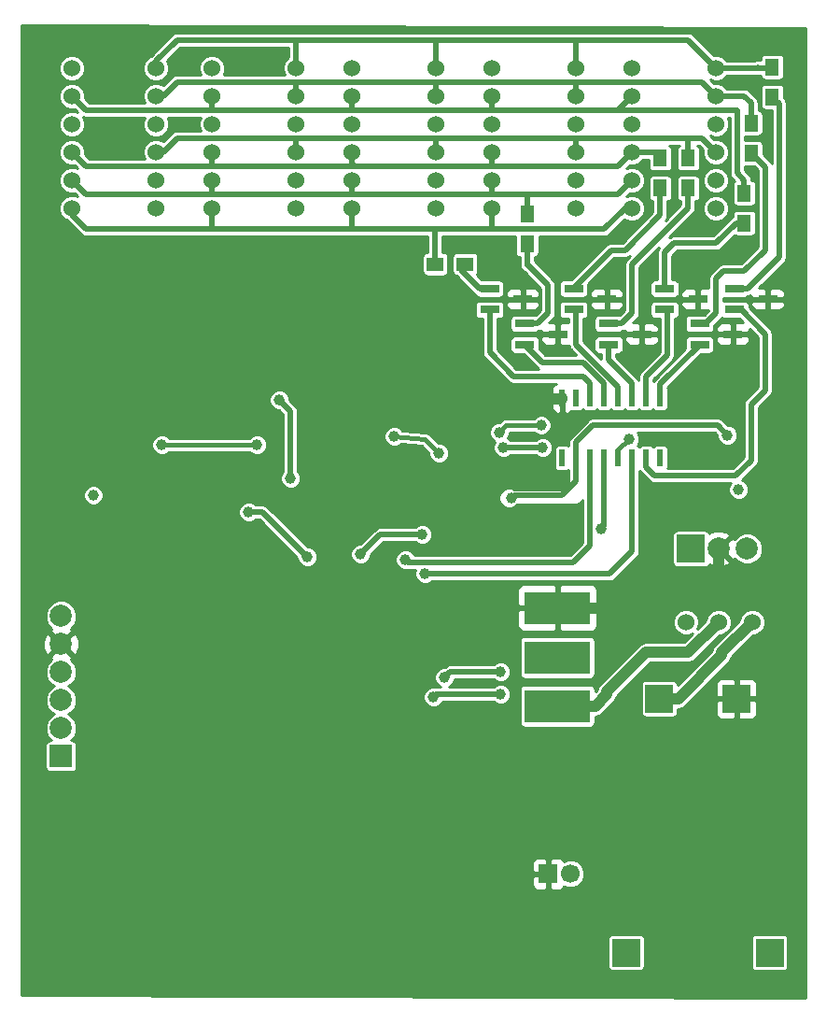
<source format=gbr>
G04 #@! TF.FileFunction,Copper,L2,Bot,Signal*
%FSLAX46Y46*%
G04 Gerber Fmt 4.6, Leading zero omitted, Abs format (unit mm)*
G04 Created by KiCad (PCBNEW 4.0.2+dfsg1-stable) date Ne 28. apríl 2019, 22:46:11 CEST*
%MOMM*%
G01*
G04 APERTURE LIST*
%ADD10C,0.100000*%
%ADD11C,1.524000*%
%ADD12R,1.300000X1.500000*%
%ADD13R,1.500000X1.300000*%
%ADD14R,0.600000X1.500000*%
%ADD15R,6.000000X3.000000*%
%ADD16R,2.000000X2.000000*%
%ADD17C,2.000000*%
%ADD18R,1.700000X1.700000*%
%ADD19C,1.700000*%
%ADD20R,1.800860X0.800100*%
%ADD21R,2.500000X2.500000*%
%ADD22C,1.000000*%
%ADD23C,1.000000*%
%ADD24C,0.500000*%
%ADD25C,0.400000*%
%ADD26C,0.254000*%
G04 APERTURE END LIST*
D10*
D11*
X172720000Y-56515000D03*
X172720000Y-59055000D03*
X172720000Y-61595000D03*
X172720000Y-64135000D03*
X172720000Y-66675000D03*
X172720000Y-69215000D03*
X180340000Y-69215000D03*
X180340000Y-66675000D03*
X180340000Y-64135000D03*
X180340000Y-61595000D03*
X180340000Y-59055000D03*
X180340000Y-56515000D03*
X160020000Y-56515000D03*
X160020000Y-59055000D03*
X160020000Y-61595000D03*
X160020000Y-64135000D03*
X160020000Y-66675000D03*
X160020000Y-69215000D03*
X167640000Y-69215000D03*
X167640000Y-66675000D03*
X167640000Y-64135000D03*
X167640000Y-61595000D03*
X167640000Y-59055000D03*
X167640000Y-56515000D03*
X147320000Y-56515000D03*
X147320000Y-59055000D03*
X147320000Y-61595000D03*
X147320000Y-64135000D03*
X147320000Y-66675000D03*
X147320000Y-69215000D03*
X154940000Y-69215000D03*
X154940000Y-66675000D03*
X154940000Y-64135000D03*
X154940000Y-61595000D03*
X154940000Y-59055000D03*
X154940000Y-56515000D03*
D12*
X185420000Y-56435000D03*
X185420000Y-59135000D03*
X183515000Y-61515000D03*
X183515000Y-64215000D03*
X182880000Y-67865000D03*
X182880000Y-70565000D03*
X177800000Y-64690000D03*
X177800000Y-67390000D03*
X175260000Y-64690000D03*
X175260000Y-67390000D03*
X163195000Y-69770000D03*
X163195000Y-72470000D03*
D13*
X154860000Y-74295000D03*
X157560000Y-74295000D03*
D14*
X175260000Y-91854000D03*
X173990000Y-91854000D03*
X172720000Y-91854000D03*
X171450000Y-91854000D03*
X170180000Y-91854000D03*
X168910000Y-91854000D03*
X167640000Y-91854000D03*
X166370000Y-91854000D03*
X166370000Y-86454000D03*
X167640000Y-86454000D03*
X168910000Y-86454000D03*
X170180000Y-86454000D03*
X171450000Y-86454000D03*
X172720000Y-86454000D03*
X173990000Y-86454000D03*
X175260000Y-86454000D03*
D15*
X165936000Y-105438000D03*
X165936000Y-109938000D03*
X165936000Y-114338000D03*
D16*
X120904000Y-118872000D03*
D17*
X120904000Y-116332000D03*
X120904000Y-113792000D03*
X120904000Y-111252000D03*
X120904000Y-108712000D03*
X120904000Y-106172000D03*
D18*
X165100000Y-129540000D03*
D19*
X167100000Y-129540000D03*
D11*
X121920000Y-56515000D03*
X121920000Y-59055000D03*
X121920000Y-61595000D03*
X121920000Y-64135000D03*
X121920000Y-66675000D03*
X121920000Y-69215000D03*
X129540000Y-69215000D03*
X129540000Y-66675000D03*
X129540000Y-64135000D03*
X129540000Y-61595000D03*
X129540000Y-59055000D03*
X129540000Y-56515000D03*
X134620000Y-56515000D03*
X134620000Y-59055000D03*
X134620000Y-61595000D03*
X134620000Y-64135000D03*
X134620000Y-66675000D03*
X134620000Y-69215000D03*
X142240000Y-69215000D03*
X142240000Y-66675000D03*
X142240000Y-64135000D03*
X142240000Y-61595000D03*
X142240000Y-59055000D03*
X142240000Y-56515000D03*
D20*
X167408860Y-78420000D03*
X167408860Y-76520000D03*
X170411140Y-77470000D03*
X162963860Y-81595000D03*
X162963860Y-79695000D03*
X165966140Y-80645000D03*
X159788860Y-78420000D03*
X159788860Y-76520000D03*
X162791140Y-77470000D03*
X182013860Y-78420000D03*
X182013860Y-76520000D03*
X185016140Y-77470000D03*
X178838860Y-81595000D03*
X178838860Y-79695000D03*
X181841140Y-80645000D03*
X175663860Y-78420000D03*
X175663860Y-76520000D03*
X178666140Y-77470000D03*
X170583860Y-81595000D03*
X170583860Y-79695000D03*
X173586140Y-80645000D03*
D11*
X183594000Y-106712000D03*
X180594000Y-106712000D03*
X177594000Y-106712000D03*
D21*
X185180000Y-136684000D03*
X172180000Y-136684000D03*
X182180000Y-113684000D03*
X175180000Y-113684000D03*
X178054000Y-100076000D03*
D17*
X180594000Y-100076000D03*
X183134000Y-100076000D03*
D22*
X123825000Y-95250000D03*
X137160000Y-87630000D03*
X181483000Y-87884000D03*
X161036000Y-87249000D03*
X182372000Y-94742000D03*
X155702000Y-111760000D03*
X160782000Y-111252000D03*
X141732000Y-93726000D03*
X140716000Y-86614000D03*
X138684000Y-90678000D03*
X130048000Y-90678000D03*
X172466000Y-90170000D03*
X164465000Y-88900000D03*
X160655000Y-89535000D03*
X161798000Y-95504000D03*
X153670000Y-98806000D03*
X148082000Y-100584000D03*
X137922000Y-96774000D03*
X143256000Y-100838000D03*
X181356000Y-89789000D03*
X153670000Y-96774000D03*
X158242000Y-97282000D03*
X151130000Y-89916000D03*
X155194000Y-91440000D03*
X169926000Y-98298000D03*
X153924000Y-102362000D03*
X152146000Y-101092000D03*
X160782000Y-113284000D03*
X154686000Y-113538000D03*
X161036000Y-90932000D03*
X164592000Y-90932000D03*
D23*
X180594000Y-100076000D02*
X180594000Y-102362000D01*
X171168000Y-105438000D02*
X165936000Y-105438000D01*
X173228000Y-103378000D02*
X171168000Y-105438000D01*
X179578000Y-103378000D02*
X173228000Y-103378000D01*
X180594000Y-102362000D02*
X179578000Y-103378000D01*
X161036000Y-87249000D02*
X161798000Y-86487000D01*
X161798000Y-86487000D02*
X166337000Y-86487000D01*
X166337000Y-86487000D02*
X166370000Y-86454000D01*
X181483000Y-87884000D02*
X181229000Y-87884000D01*
X161036000Y-87249000D02*
X161163000Y-87376000D01*
D24*
X182013860Y-78420000D02*
X182560000Y-78420000D01*
X182560000Y-78420000D02*
X184785000Y-80645000D01*
X184785000Y-80645000D02*
X184785000Y-85725000D01*
X184785000Y-85725000D02*
X183515000Y-86995000D01*
X183515000Y-86995000D02*
X183515000Y-92075000D01*
X183515000Y-92075000D02*
X182118000Y-93472000D01*
X182118000Y-93472000D02*
X174752000Y-93472000D01*
X174752000Y-93472000D02*
X173990000Y-92710000D01*
X173990000Y-92710000D02*
X173990000Y-91854000D01*
X175260000Y-86454000D02*
X175260000Y-85173860D01*
X175260000Y-85173860D02*
X178838860Y-81595000D01*
X173990000Y-86454000D02*
X173990000Y-84455000D01*
X175895000Y-82550000D02*
X175895000Y-78740000D01*
X173990000Y-84455000D02*
X175895000Y-82550000D01*
X175895000Y-78740000D02*
X175663860Y-78420000D01*
X155702000Y-111760000D02*
X156210000Y-111252000D01*
X156210000Y-111252000D02*
X160782000Y-111252000D01*
X172720000Y-86454000D02*
X172720000Y-85090000D01*
X170583860Y-82953860D02*
X170583860Y-81595000D01*
X172720000Y-85090000D02*
X170583860Y-82953860D01*
X141732000Y-87630000D02*
X140716000Y-86614000D01*
X141732000Y-93726000D02*
X141732000Y-87630000D01*
X171450000Y-86454000D02*
X171450000Y-85370048D01*
X167640000Y-81560048D02*
X167640000Y-78740000D01*
X171450000Y-85370048D02*
X167640000Y-81560048D01*
X167640000Y-78740000D02*
X167408860Y-78420000D01*
X171450000Y-86454000D02*
X171450000Y-85766936D01*
X170180000Y-86454000D02*
X170180000Y-85090000D01*
X164553860Y-83185000D02*
X162963860Y-81595000D01*
X168275000Y-83185000D02*
X164553860Y-83185000D01*
X170180000Y-85090000D02*
X168275000Y-83185000D01*
X170180000Y-86454000D02*
X170180000Y-85725000D01*
X170180000Y-86454000D02*
X170180000Y-85750400D01*
X170180000Y-86454000D02*
X170180000Y-85852000D01*
X168910000Y-86454000D02*
X168910000Y-85090000D01*
X159788860Y-82318860D02*
X159788860Y-78420000D01*
X161925000Y-84455000D02*
X159788860Y-82318860D01*
X168275000Y-84455000D02*
X161925000Y-84455000D01*
X168910000Y-85090000D02*
X168275000Y-84455000D01*
X168910000Y-86454000D02*
X168910000Y-85725000D01*
X168910000Y-86454000D02*
X168910000Y-85852000D01*
X184150000Y-56515000D02*
X185340000Y-56515000D01*
X185340000Y-56515000D02*
X185420000Y-56435000D01*
X142240000Y-56515000D02*
X142240000Y-53975000D01*
X154940000Y-55880000D02*
X154940000Y-53975000D01*
X167640000Y-56515000D02*
X167640000Y-53975000D01*
X131445000Y-53975000D02*
X142240000Y-53975000D01*
X142240000Y-53975000D02*
X154940000Y-53975000D01*
X154940000Y-53975000D02*
X167640000Y-53975000D01*
X167640000Y-53975000D02*
X177800000Y-53975000D01*
X180340000Y-56515000D02*
X184150000Y-56515000D01*
X184150000Y-56515000D02*
X184070000Y-56515000D01*
X184070000Y-56515000D02*
X184150000Y-56435000D01*
X154940000Y-56515000D02*
X154940000Y-55880000D01*
X129540000Y-56515000D02*
X129540000Y-55880000D01*
X129540000Y-55880000D02*
X131445000Y-53975000D01*
X177800000Y-53975000D02*
X180340000Y-56515000D01*
X180340000Y-59055000D02*
X182880000Y-59055000D01*
X179070000Y-57785000D02*
X180340000Y-59055000D01*
X129540000Y-59055000D02*
X130175000Y-59055000D01*
X130175000Y-59055000D02*
X131445000Y-57785000D01*
X183515000Y-59690000D02*
X183515000Y-61595000D01*
X182880000Y-59055000D02*
X183515000Y-59690000D01*
X142240000Y-59055000D02*
X142240000Y-57785000D01*
X154940000Y-59055000D02*
X154940000Y-57785000D01*
X167640000Y-59055000D02*
X167640000Y-57785000D01*
X131445000Y-57785000D02*
X142240000Y-57785000D01*
X142240000Y-57785000D02*
X154940000Y-57785000D01*
X154940000Y-57785000D02*
X167640000Y-57785000D01*
X167640000Y-57785000D02*
X179070000Y-57785000D01*
X171450000Y-60325000D02*
X172720000Y-59055000D01*
X147320000Y-59055000D02*
X147320000Y-60325000D01*
X147320000Y-60325000D02*
X160020000Y-60325000D01*
X121920000Y-59055000D02*
X123190000Y-60325000D01*
X160020000Y-59055000D02*
X160020000Y-60325000D01*
X160020000Y-60325000D02*
X171450000Y-60325000D01*
X134620000Y-59055000D02*
X134620000Y-60325000D01*
X123190000Y-60325000D02*
X134620000Y-60325000D01*
X134620000Y-60325000D02*
X147320000Y-60325000D01*
X182245000Y-60325000D02*
X182245000Y-66040000D01*
X171450000Y-60325000D02*
X182245000Y-60325000D01*
X182880000Y-66675000D02*
X182880000Y-67865000D01*
X182245000Y-66040000D02*
X182880000Y-66675000D01*
X177800000Y-62865000D02*
X177800000Y-64690000D01*
X142240000Y-64135000D02*
X142240000Y-62865000D01*
X154940000Y-64135000D02*
X154940000Y-62865000D01*
X167640000Y-64135000D02*
X167640000Y-62865000D01*
X131445000Y-62865000D02*
X142240000Y-62865000D01*
X142240000Y-62865000D02*
X154940000Y-62865000D01*
X154940000Y-62865000D02*
X167640000Y-62865000D01*
X167640000Y-62865000D02*
X177800000Y-62865000D01*
X177800000Y-62865000D02*
X179070000Y-62865000D01*
X129540000Y-64135000D02*
X130175000Y-64135000D01*
X130175000Y-64135000D02*
X131445000Y-62865000D01*
X179070000Y-62865000D02*
X180340000Y-64135000D01*
X134620000Y-64135000D02*
X134620000Y-65405000D01*
X172720000Y-64135000D02*
X174705000Y-64135000D01*
X174705000Y-64135000D02*
X175260000Y-64690000D01*
X147320000Y-64135000D02*
X147320000Y-65212998D01*
X147574000Y-65466998D02*
X147574000Y-65405000D01*
X147320000Y-65212998D02*
X147574000Y-65466998D01*
X160020000Y-64135000D02*
X160020000Y-65405000D01*
X121920000Y-64135000D02*
X123190000Y-65405000D01*
X171450000Y-65405000D02*
X172720000Y-64135000D01*
X123190000Y-65405000D02*
X134620000Y-65405000D01*
X134620000Y-65405000D02*
X147574000Y-65405000D01*
X147574000Y-65405000D02*
X160020000Y-65405000D01*
X160020000Y-65405000D02*
X171450000Y-65405000D01*
X163195000Y-67945000D02*
X163195000Y-69770000D01*
X163195000Y-67945000D02*
X171450000Y-67945000D01*
X134620000Y-66675000D02*
X134620000Y-67945000D01*
X147320000Y-66675000D02*
X147320000Y-67945000D01*
X160020000Y-66675000D02*
X160020000Y-67945000D01*
X121920000Y-66675000D02*
X123190000Y-67945000D01*
X171450000Y-67945000D02*
X172720000Y-66675000D01*
X123190000Y-67945000D02*
X134620000Y-67945000D01*
X134620000Y-67945000D02*
X147320000Y-67945000D01*
X147320000Y-67945000D02*
X160020000Y-67945000D01*
X160020000Y-67945000D02*
X163195000Y-67945000D01*
X154860000Y-74295000D02*
X154860000Y-71120000D01*
X154860000Y-71120000D02*
X154940000Y-71120000D01*
X160020000Y-69215000D02*
X160020000Y-71120000D01*
X158115000Y-71120000D02*
X160020000Y-71120000D01*
X160020000Y-71120000D02*
X170180000Y-71120000D01*
X170180000Y-71120000D02*
X172085000Y-69215000D01*
X172085000Y-69215000D02*
X172720000Y-69215000D01*
X147320000Y-69215000D02*
X147320000Y-71120000D01*
X134620000Y-69215000D02*
X134620000Y-71120000D01*
X121920000Y-69215000D02*
X121920000Y-69850000D01*
X121920000Y-69850000D02*
X123190000Y-71120000D01*
X123190000Y-71120000D02*
X134620000Y-71120000D01*
X134620000Y-71120000D02*
X147320000Y-71120000D01*
X147320000Y-71120000D02*
X154940000Y-71120000D01*
X154940000Y-71120000D02*
X158115000Y-71120000D01*
D25*
X130048000Y-90678000D02*
X138684000Y-90678000D01*
X171450000Y-91854000D02*
X171450000Y-91124002D01*
X171450000Y-91124002D02*
X172404002Y-90170000D01*
X172404002Y-90170000D02*
X172466000Y-90170000D01*
X161290000Y-88900000D02*
X164465000Y-88900000D01*
X160655000Y-89535000D02*
X161290000Y-88900000D01*
D24*
X167640000Y-93980000D02*
X167640000Y-91854000D01*
X166370000Y-95250000D02*
X167640000Y-93980000D01*
X162052000Y-95250000D02*
X166370000Y-95250000D01*
X161798000Y-95504000D02*
X162052000Y-95250000D01*
X149860000Y-98806000D02*
X153670000Y-98806000D01*
X148082000Y-100584000D02*
X149860000Y-98806000D01*
X139192000Y-96774000D02*
X137922000Y-96774000D01*
X143256000Y-100838000D02*
X139192000Y-96774000D01*
X167640000Y-91854000D02*
X167640000Y-90424000D01*
X180467000Y-88900000D02*
X181356000Y-89789000D01*
X169164000Y-88900000D02*
X180467000Y-88900000D01*
X167640000Y-90424000D02*
X169164000Y-88900000D01*
D25*
X157734000Y-96774000D02*
X153670000Y-96774000D01*
X158242000Y-97282000D02*
X157734000Y-96774000D01*
X153924000Y-90170000D02*
X151130000Y-89916000D01*
X155194000Y-91440000D02*
X153924000Y-90170000D01*
D24*
X170180000Y-98044000D02*
X170180000Y-91854000D01*
X169926000Y-98298000D02*
X170180000Y-98044000D01*
X172720000Y-91854000D02*
X172720000Y-100330000D01*
X170688000Y-102362000D02*
X153924000Y-102362000D01*
X172720000Y-100330000D02*
X170688000Y-102362000D01*
X172720000Y-91854000D02*
X172720000Y-92556952D01*
X168910000Y-99822000D02*
X168910000Y-91854000D01*
X167386000Y-101346000D02*
X168910000Y-99822000D01*
X152400000Y-101346000D02*
X167386000Y-101346000D01*
X152146000Y-101092000D02*
X152400000Y-101346000D01*
X154940000Y-113284000D02*
X160782000Y-113284000D01*
X154686000Y-113538000D02*
X154940000Y-113284000D01*
X164592000Y-90932000D02*
X161036000Y-90932000D01*
X182013860Y-76520000D02*
X183195000Y-76520000D01*
X186055000Y-73660000D02*
X186055000Y-59770000D01*
X183195000Y-76520000D02*
X186055000Y-73660000D01*
X186055000Y-59770000D02*
X185420000Y-59135000D01*
X180340000Y-76200000D02*
X180340000Y-75565000D01*
X180340000Y-78740000D02*
X180340000Y-76200000D01*
X179385000Y-79695000D02*
X180340000Y-78740000D01*
X184785000Y-65485000D02*
X183515000Y-64215000D01*
X184785000Y-73025000D02*
X184785000Y-65485000D01*
X182880000Y-74930000D02*
X184785000Y-73025000D01*
X180975000Y-74930000D02*
X182880000Y-74930000D01*
X180340000Y-75565000D02*
X180975000Y-74930000D01*
X178838860Y-79695000D02*
X179385000Y-79695000D01*
X182880000Y-70565000D02*
X182165000Y-70565000D01*
X175663860Y-73256140D02*
X175663860Y-76520000D01*
X176530000Y-72390000D02*
X175663860Y-73256140D01*
X180340000Y-72390000D02*
X176530000Y-72390000D01*
X182165000Y-70565000D02*
X180340000Y-72390000D01*
X182880000Y-70565000D02*
X182800000Y-70565000D01*
X172720000Y-74295000D02*
X172720000Y-76200000D01*
X177800000Y-69215000D02*
X172720000Y-74295000D01*
X172720000Y-76200000D02*
X172720000Y-78740000D01*
X172720000Y-78740000D02*
X171765000Y-79695000D01*
X170583860Y-79695000D02*
X171765000Y-79695000D01*
X177800000Y-69215000D02*
X177800000Y-67390000D01*
X172085000Y-73025000D02*
X170815000Y-73025000D01*
X170815000Y-73025000D02*
X167483027Y-76356973D01*
X167483027Y-76356973D02*
X167408860Y-76520000D01*
X175260000Y-67390000D02*
X175260000Y-69850000D01*
X175260000Y-69850000D02*
X172085000Y-73025000D01*
X163195000Y-72470000D02*
X163195000Y-74375000D01*
X164145000Y-79695000D02*
X162963860Y-79695000D01*
X165100000Y-78740000D02*
X164145000Y-79695000D01*
X165100000Y-76200000D02*
X165100000Y-78740000D01*
X163275000Y-74375000D02*
X165100000Y-76200000D01*
X163195000Y-74375000D02*
X163275000Y-74375000D01*
X162991800Y-72546200D02*
X163449000Y-72089000D01*
X159788860Y-76520000D02*
X158896000Y-76520000D01*
X158896000Y-76520000D02*
X157179000Y-74803000D01*
D23*
X180594000Y-106712000D02*
X180562000Y-106712000D01*
X180562000Y-106712000D02*
X177800000Y-109474000D01*
X177800000Y-109474000D02*
X173990000Y-109474000D01*
X173990000Y-109474000D02*
X170434000Y-113030000D01*
X170434000Y-113030000D02*
X170434000Y-113284000D01*
X170434000Y-113284000D02*
X169380000Y-114338000D01*
X169380000Y-114338000D02*
X165936000Y-114338000D01*
X175180000Y-113684000D02*
X176892000Y-113684000D01*
X180848000Y-109458000D02*
X183594000Y-106712000D01*
X180848000Y-109728000D02*
X180848000Y-109458000D01*
X176892000Y-113684000D02*
X180848000Y-109728000D01*
X175180000Y-113684000D02*
X176130000Y-113684000D01*
D26*
G36*
X187258500Y-52933599D02*
X187258960Y-52933600D01*
X188401960Y-52933600D01*
X188401960Y-140817147D01*
X117281960Y-140564051D01*
X117281960Y-135434000D01*
X170494635Y-135434000D01*
X170494635Y-137934000D01*
X170524409Y-138092237D01*
X170617927Y-138237567D01*
X170760619Y-138335064D01*
X170930000Y-138369365D01*
X173430000Y-138369365D01*
X173588237Y-138339591D01*
X173733567Y-138246073D01*
X173831064Y-138103381D01*
X173865365Y-137934000D01*
X173865365Y-135434000D01*
X183494635Y-135434000D01*
X183494635Y-137934000D01*
X183524409Y-138092237D01*
X183617927Y-138237567D01*
X183760619Y-138335064D01*
X183930000Y-138369365D01*
X186430000Y-138369365D01*
X186588237Y-138339591D01*
X186733567Y-138246073D01*
X186831064Y-138103381D01*
X186865365Y-137934000D01*
X186865365Y-135434000D01*
X186835591Y-135275763D01*
X186742073Y-135130433D01*
X186599381Y-135032936D01*
X186430000Y-134998635D01*
X183930000Y-134998635D01*
X183771763Y-135028409D01*
X183626433Y-135121927D01*
X183528936Y-135264619D01*
X183494635Y-135434000D01*
X173865365Y-135434000D01*
X173835591Y-135275763D01*
X173742073Y-135130433D01*
X173599381Y-135032936D01*
X173430000Y-134998635D01*
X170930000Y-134998635D01*
X170771763Y-135028409D01*
X170626433Y-135121927D01*
X170528936Y-135264619D01*
X170494635Y-135434000D01*
X117281960Y-135434000D01*
X117281960Y-129825750D01*
X163615000Y-129825750D01*
X163615000Y-130516309D01*
X163711673Y-130749698D01*
X163890301Y-130928327D01*
X164123690Y-131025000D01*
X164814250Y-131025000D01*
X164973000Y-130866250D01*
X164973000Y-129667000D01*
X163773750Y-129667000D01*
X163615000Y-129825750D01*
X117281960Y-129825750D01*
X117281960Y-128563691D01*
X163615000Y-128563691D01*
X163615000Y-129254250D01*
X163773750Y-129413000D01*
X164973000Y-129413000D01*
X164973000Y-128213750D01*
X165227000Y-128213750D01*
X165227000Y-129413000D01*
X165247000Y-129413000D01*
X165247000Y-129667000D01*
X165227000Y-129667000D01*
X165227000Y-130866250D01*
X165385750Y-131025000D01*
X166076310Y-131025000D01*
X166309699Y-130928327D01*
X166488327Y-130749698D01*
X166516944Y-130680610D01*
X166844875Y-130816778D01*
X167352897Y-130817221D01*
X167822417Y-130623219D01*
X168181957Y-130264307D01*
X168376778Y-129795125D01*
X168377221Y-129287103D01*
X168183219Y-128817583D01*
X167824307Y-128458043D01*
X167355125Y-128263222D01*
X166847103Y-128262779D01*
X166516876Y-128399226D01*
X166488327Y-128330302D01*
X166309699Y-128151673D01*
X166076310Y-128055000D01*
X165385750Y-128055000D01*
X165227000Y-128213750D01*
X164973000Y-128213750D01*
X164814250Y-128055000D01*
X164123690Y-128055000D01*
X163890301Y-128151673D01*
X163711673Y-128330302D01*
X163615000Y-128563691D01*
X117281960Y-128563691D01*
X117281960Y-117872000D01*
X119468635Y-117872000D01*
X119468635Y-119872000D01*
X119498409Y-120030237D01*
X119591927Y-120175567D01*
X119734619Y-120273064D01*
X119904000Y-120307365D01*
X121904000Y-120307365D01*
X122062237Y-120277591D01*
X122207567Y-120184073D01*
X122305064Y-120041381D01*
X122339365Y-119872000D01*
X122339365Y-117872000D01*
X122309591Y-117713763D01*
X122216073Y-117568433D01*
X122073381Y-117470936D01*
X121904000Y-117436635D01*
X121817282Y-117436635D01*
X122113047Y-117141386D01*
X122330752Y-116617093D01*
X122331248Y-116049397D01*
X122114457Y-115524725D01*
X121713386Y-115122953D01*
X121566882Y-115062119D01*
X121711275Y-115002457D01*
X122113047Y-114601386D01*
X122330752Y-114077093D01*
X122331062Y-113721583D01*
X153758839Y-113721583D01*
X153899669Y-114062417D01*
X154160211Y-114323414D01*
X154500799Y-114464839D01*
X154869583Y-114465161D01*
X155210417Y-114324331D01*
X155471414Y-114063789D01*
X155514096Y-113961000D01*
X160147986Y-113961000D01*
X160256211Y-114069414D01*
X160596799Y-114210839D01*
X160965583Y-114211161D01*
X161306417Y-114070331D01*
X161567414Y-113809789D01*
X161708839Y-113469201D01*
X161709161Y-113100417D01*
X161600733Y-112838000D01*
X162500635Y-112838000D01*
X162500635Y-115838000D01*
X162530409Y-115996237D01*
X162623927Y-116141567D01*
X162766619Y-116239064D01*
X162936000Y-116273365D01*
X168936000Y-116273365D01*
X169094237Y-116243591D01*
X169239567Y-116150073D01*
X169337064Y-116007381D01*
X169371365Y-115838000D01*
X169371365Y-115265000D01*
X169380000Y-115265000D01*
X169734748Y-115194436D01*
X170035488Y-114993488D01*
X171089488Y-113939488D01*
X171177067Y-113808417D01*
X171290436Y-113638748D01*
X171328726Y-113446250D01*
X172340976Y-112434000D01*
X173494635Y-112434000D01*
X173494635Y-114934000D01*
X173524409Y-115092237D01*
X173617927Y-115237567D01*
X173760619Y-115335064D01*
X173930000Y-115369365D01*
X176430000Y-115369365D01*
X176588237Y-115339591D01*
X176733567Y-115246073D01*
X176831064Y-115103381D01*
X176865365Y-114934000D01*
X176865365Y-114611000D01*
X176892000Y-114611000D01*
X177246748Y-114540436D01*
X177547488Y-114339488D01*
X177917226Y-113969750D01*
X180295000Y-113969750D01*
X180295000Y-115060309D01*
X180391673Y-115293698D01*
X180570301Y-115472327D01*
X180803690Y-115569000D01*
X181894250Y-115569000D01*
X182053000Y-115410250D01*
X182053000Y-113811000D01*
X182307000Y-113811000D01*
X182307000Y-115410250D01*
X182465750Y-115569000D01*
X183556310Y-115569000D01*
X183789699Y-115472327D01*
X183968327Y-115293698D01*
X184065000Y-115060309D01*
X184065000Y-113969750D01*
X183906250Y-113811000D01*
X182307000Y-113811000D01*
X182053000Y-113811000D01*
X180453750Y-113811000D01*
X180295000Y-113969750D01*
X177917226Y-113969750D01*
X179579285Y-112307691D01*
X180295000Y-112307691D01*
X180295000Y-113398250D01*
X180453750Y-113557000D01*
X182053000Y-113557000D01*
X182053000Y-111957750D01*
X182307000Y-111957750D01*
X182307000Y-113557000D01*
X183906250Y-113557000D01*
X184065000Y-113398250D01*
X184065000Y-112307691D01*
X183968327Y-112074302D01*
X183789699Y-111895673D01*
X183556310Y-111799000D01*
X182465750Y-111799000D01*
X182307000Y-111957750D01*
X182053000Y-111957750D01*
X181894250Y-111799000D01*
X180803690Y-111799000D01*
X180570301Y-111895673D01*
X180391673Y-112074302D01*
X180295000Y-112307691D01*
X179579285Y-112307691D01*
X181503488Y-110383488D01*
X181704437Y-110082747D01*
X181746700Y-109870276D01*
X183715869Y-107901107D01*
X183829469Y-107901206D01*
X184266635Y-107720573D01*
X184601397Y-107386394D01*
X184782793Y-106949544D01*
X184783206Y-106476531D01*
X184602573Y-106039365D01*
X184268394Y-105704603D01*
X183831544Y-105523207D01*
X183358531Y-105522794D01*
X182921365Y-105703427D01*
X182586603Y-106037606D01*
X182405207Y-106474456D01*
X182405106Y-106589918D01*
X180192512Y-108802512D01*
X179991564Y-109103252D01*
X179949301Y-109315723D01*
X176859927Y-112405097D01*
X176835591Y-112275763D01*
X176742073Y-112130433D01*
X176599381Y-112032936D01*
X176430000Y-111998635D01*
X173930000Y-111998635D01*
X173771763Y-112028409D01*
X173626433Y-112121927D01*
X173528936Y-112264619D01*
X173494635Y-112434000D01*
X172340976Y-112434000D01*
X174373976Y-110401000D01*
X177800000Y-110401000D01*
X178154748Y-110330436D01*
X178455488Y-110129488D01*
X180683897Y-107901079D01*
X180829469Y-107901206D01*
X181266635Y-107720573D01*
X181601397Y-107386394D01*
X181782793Y-106949544D01*
X181783206Y-106476531D01*
X181602573Y-106039365D01*
X181268394Y-105704603D01*
X180831544Y-105523207D01*
X180358531Y-105522794D01*
X179921365Y-105703427D01*
X179586603Y-106037606D01*
X179405207Y-106474456D01*
X179405134Y-106557890D01*
X178618984Y-107344040D01*
X178782793Y-106949544D01*
X178783206Y-106476531D01*
X178602573Y-106039365D01*
X178268394Y-105704603D01*
X177831544Y-105523207D01*
X177358531Y-105522794D01*
X176921365Y-105703427D01*
X176586603Y-106037606D01*
X176405207Y-106474456D01*
X176404794Y-106947469D01*
X176585427Y-107384635D01*
X176919606Y-107719397D01*
X177356456Y-107900793D01*
X177829469Y-107901206D01*
X178225422Y-107737602D01*
X177416024Y-108547000D01*
X173990000Y-108547000D01*
X173635252Y-108617564D01*
X173493919Y-108712000D01*
X173334512Y-108818512D01*
X169778512Y-112374512D01*
X169577564Y-112675252D01*
X169539274Y-112867750D01*
X169371365Y-113035659D01*
X169371365Y-112838000D01*
X169341591Y-112679763D01*
X169248073Y-112534433D01*
X169105381Y-112436936D01*
X168936000Y-112402635D01*
X162936000Y-112402635D01*
X162777763Y-112432409D01*
X162632433Y-112525927D01*
X162534936Y-112668619D01*
X162500635Y-112838000D01*
X161600733Y-112838000D01*
X161568331Y-112759583D01*
X161307789Y-112498586D01*
X160967201Y-112357161D01*
X160598417Y-112356839D01*
X160257583Y-112497669D01*
X160148061Y-112607000D01*
X156079587Y-112607000D01*
X156226417Y-112546331D01*
X156487414Y-112285789D01*
X156628839Y-111945201D01*
X156628853Y-111929000D01*
X160147986Y-111929000D01*
X160256211Y-112037414D01*
X160596799Y-112178839D01*
X160965583Y-112179161D01*
X161306417Y-112038331D01*
X161567414Y-111777789D01*
X161708839Y-111437201D01*
X161709161Y-111068417D01*
X161568331Y-110727583D01*
X161307789Y-110466586D01*
X160967201Y-110325161D01*
X160598417Y-110324839D01*
X160257583Y-110465669D01*
X160148061Y-110575000D01*
X156210000Y-110575000D01*
X155950923Y-110626534D01*
X155908321Y-110655000D01*
X155731288Y-110773289D01*
X155671604Y-110832973D01*
X155518417Y-110832839D01*
X155177583Y-110973669D01*
X154916586Y-111234211D01*
X154775161Y-111574799D01*
X154774839Y-111943583D01*
X154915669Y-112284417D01*
X155176211Y-112545414D01*
X155324526Y-112607000D01*
X154940000Y-112607000D01*
X154886709Y-112617600D01*
X154871201Y-112611161D01*
X154502417Y-112610839D01*
X154161583Y-112751669D01*
X153900586Y-113012211D01*
X153759161Y-113352799D01*
X153758839Y-113721583D01*
X122331062Y-113721583D01*
X122331248Y-113509397D01*
X122114457Y-112984725D01*
X121713386Y-112582953D01*
X121566882Y-112522119D01*
X121711275Y-112462457D01*
X122113047Y-112061386D01*
X122330752Y-111537093D01*
X122331248Y-110969397D01*
X122114457Y-110444725D01*
X121784589Y-110114280D01*
X121876927Y-109864532D01*
X120904000Y-108891605D01*
X119931073Y-109864532D01*
X120023532Y-110114608D01*
X119694953Y-110442614D01*
X119477248Y-110966907D01*
X119476752Y-111534603D01*
X119693543Y-112059275D01*
X120094614Y-112461047D01*
X120241118Y-112521881D01*
X120096725Y-112581543D01*
X119694953Y-112982614D01*
X119477248Y-113506907D01*
X119476752Y-114074603D01*
X119693543Y-114599275D01*
X120094614Y-115001047D01*
X120241118Y-115061881D01*
X120096725Y-115121543D01*
X119694953Y-115522614D01*
X119477248Y-116046907D01*
X119476752Y-116614603D01*
X119693543Y-117139275D01*
X119990384Y-117436635D01*
X119904000Y-117436635D01*
X119745763Y-117466409D01*
X119600433Y-117559927D01*
X119502936Y-117702619D01*
X119468635Y-117872000D01*
X117281960Y-117872000D01*
X117281960Y-108447461D01*
X119258092Y-108447461D01*
X119282144Y-109097460D01*
X119484613Y-109586264D01*
X119751468Y-109684927D01*
X120724395Y-108712000D01*
X121083605Y-108712000D01*
X122056532Y-109684927D01*
X122323387Y-109586264D01*
X122549908Y-108976539D01*
X122529981Y-108438000D01*
X162500635Y-108438000D01*
X162500635Y-111438000D01*
X162530409Y-111596237D01*
X162623927Y-111741567D01*
X162766619Y-111839064D01*
X162936000Y-111873365D01*
X168936000Y-111873365D01*
X169094237Y-111843591D01*
X169239567Y-111750073D01*
X169337064Y-111607381D01*
X169371365Y-111438000D01*
X169371365Y-108438000D01*
X169341591Y-108279763D01*
X169248073Y-108134433D01*
X169105381Y-108036936D01*
X168936000Y-108002635D01*
X162936000Y-108002635D01*
X162777763Y-108032409D01*
X162632433Y-108125927D01*
X162534936Y-108268619D01*
X162500635Y-108438000D01*
X122529981Y-108438000D01*
X122525856Y-108326540D01*
X122323387Y-107837736D01*
X122056532Y-107739073D01*
X121083605Y-108712000D01*
X120724395Y-108712000D01*
X119751468Y-107739073D01*
X119484613Y-107837736D01*
X119258092Y-108447461D01*
X117281960Y-108447461D01*
X117281960Y-106454603D01*
X119476752Y-106454603D01*
X119693543Y-106979275D01*
X120023411Y-107309720D01*
X119931073Y-107559468D01*
X120904000Y-108532395D01*
X121876927Y-107559468D01*
X121784468Y-107309392D01*
X122113047Y-106981386D01*
X122330752Y-106457093D01*
X122331248Y-105889397D01*
X122262804Y-105723750D01*
X162301000Y-105723750D01*
X162301000Y-107064309D01*
X162397673Y-107297698D01*
X162576301Y-107476327D01*
X162809690Y-107573000D01*
X165650250Y-107573000D01*
X165809000Y-107414250D01*
X165809000Y-105565000D01*
X166063000Y-105565000D01*
X166063000Y-107414250D01*
X166221750Y-107573000D01*
X169062310Y-107573000D01*
X169295699Y-107476327D01*
X169474327Y-107297698D01*
X169571000Y-107064309D01*
X169571000Y-105723750D01*
X169412250Y-105565000D01*
X166063000Y-105565000D01*
X165809000Y-105565000D01*
X162459750Y-105565000D01*
X162301000Y-105723750D01*
X122262804Y-105723750D01*
X122114457Y-105364725D01*
X121713386Y-104962953D01*
X121189093Y-104745248D01*
X120621397Y-104744752D01*
X120096725Y-104961543D01*
X119694953Y-105362614D01*
X119477248Y-105886907D01*
X119476752Y-106454603D01*
X117281960Y-106454603D01*
X117281960Y-103811691D01*
X162301000Y-103811691D01*
X162301000Y-105152250D01*
X162459750Y-105311000D01*
X165809000Y-105311000D01*
X165809000Y-103461750D01*
X166063000Y-103461750D01*
X166063000Y-105311000D01*
X169412250Y-105311000D01*
X169571000Y-105152250D01*
X169571000Y-103811691D01*
X169474327Y-103578302D01*
X169295699Y-103399673D01*
X169062310Y-103303000D01*
X166221750Y-103303000D01*
X166063000Y-103461750D01*
X165809000Y-103461750D01*
X165650250Y-103303000D01*
X162809690Y-103303000D01*
X162576301Y-103399673D01*
X162397673Y-103578302D01*
X162301000Y-103811691D01*
X117281960Y-103811691D01*
X117281960Y-96957583D01*
X136994839Y-96957583D01*
X137135669Y-97298417D01*
X137396211Y-97559414D01*
X137736799Y-97700839D01*
X138105583Y-97701161D01*
X138446417Y-97560331D01*
X138555939Y-97451000D01*
X138911578Y-97451000D01*
X142328973Y-100868395D01*
X142328839Y-101021583D01*
X142469669Y-101362417D01*
X142730211Y-101623414D01*
X143070799Y-101764839D01*
X143439583Y-101765161D01*
X143780417Y-101624331D01*
X144041414Y-101363789D01*
X144182839Y-101023201D01*
X144183062Y-100767583D01*
X147154839Y-100767583D01*
X147295669Y-101108417D01*
X147556211Y-101369414D01*
X147896799Y-101510839D01*
X148265583Y-101511161D01*
X148606417Y-101370331D01*
X148867414Y-101109789D01*
X149008839Y-100769201D01*
X149008974Y-100614448D01*
X150140422Y-99483000D01*
X153035986Y-99483000D01*
X153144211Y-99591414D01*
X153484799Y-99732839D01*
X153853583Y-99733161D01*
X154194417Y-99592331D01*
X154455414Y-99331789D01*
X154596839Y-98991201D01*
X154597161Y-98622417D01*
X154456331Y-98281583D01*
X154195789Y-98020586D01*
X153855201Y-97879161D01*
X153486417Y-97878839D01*
X153145583Y-98019669D01*
X153036061Y-98129000D01*
X149860000Y-98129000D01*
X149600924Y-98180533D01*
X149381289Y-98327289D01*
X148051605Y-99656973D01*
X147898417Y-99656839D01*
X147557583Y-99797669D01*
X147296586Y-100058211D01*
X147155161Y-100398799D01*
X147154839Y-100767583D01*
X144183062Y-100767583D01*
X144183161Y-100654417D01*
X144042331Y-100313583D01*
X143781789Y-100052586D01*
X143441201Y-99911161D01*
X143286448Y-99911026D01*
X139670711Y-96295289D01*
X139600254Y-96248211D01*
X139451077Y-96148534D01*
X139192000Y-96097000D01*
X138556014Y-96097000D01*
X138447789Y-95988586D01*
X138107201Y-95847161D01*
X137738417Y-95846839D01*
X137397583Y-95987669D01*
X137136586Y-96248211D01*
X136995161Y-96588799D01*
X136994839Y-96957583D01*
X117281960Y-96957583D01*
X117281960Y-95433583D01*
X122897839Y-95433583D01*
X123038669Y-95774417D01*
X123299211Y-96035414D01*
X123639799Y-96176839D01*
X124008583Y-96177161D01*
X124349417Y-96036331D01*
X124610414Y-95775789D01*
X124751839Y-95435201D01*
X124752161Y-95066417D01*
X124611331Y-94725583D01*
X124350789Y-94464586D01*
X124010201Y-94323161D01*
X123641417Y-94322839D01*
X123300583Y-94463669D01*
X123039586Y-94724211D01*
X122898161Y-95064799D01*
X122897839Y-95433583D01*
X117281960Y-95433583D01*
X117281960Y-90861583D01*
X129120839Y-90861583D01*
X129261669Y-91202417D01*
X129522211Y-91463414D01*
X129862799Y-91604839D01*
X130231583Y-91605161D01*
X130572417Y-91464331D01*
X130732026Y-91305000D01*
X138000073Y-91305000D01*
X138158211Y-91463414D01*
X138498799Y-91604839D01*
X138867583Y-91605161D01*
X139208417Y-91464331D01*
X139469414Y-91203789D01*
X139610839Y-90863201D01*
X139611161Y-90494417D01*
X139470331Y-90153583D01*
X139209789Y-89892586D01*
X138869201Y-89751161D01*
X138500417Y-89750839D01*
X138159583Y-89891669D01*
X137999974Y-90051000D01*
X130731927Y-90051000D01*
X130573789Y-89892586D01*
X130233201Y-89751161D01*
X129864417Y-89750839D01*
X129523583Y-89891669D01*
X129262586Y-90152211D01*
X129121161Y-90492799D01*
X129120839Y-90861583D01*
X117281960Y-90861583D01*
X117281960Y-86797583D01*
X139788839Y-86797583D01*
X139929669Y-87138417D01*
X140190211Y-87399414D01*
X140530799Y-87540839D01*
X140685552Y-87540974D01*
X141055000Y-87910422D01*
X141055000Y-93091986D01*
X140946586Y-93200211D01*
X140805161Y-93540799D01*
X140804839Y-93909583D01*
X140945669Y-94250417D01*
X141206211Y-94511414D01*
X141546799Y-94652839D01*
X141915583Y-94653161D01*
X142256417Y-94512331D01*
X142517414Y-94251789D01*
X142658839Y-93911201D01*
X142659161Y-93542417D01*
X142518331Y-93201583D01*
X142409000Y-93092061D01*
X142409000Y-90099583D01*
X150202839Y-90099583D01*
X150343669Y-90440417D01*
X150604211Y-90701414D01*
X150944799Y-90842839D01*
X151313583Y-90843161D01*
X151654417Y-90702331D01*
X151754559Y-90602364D01*
X153641161Y-90773873D01*
X154267034Y-91399746D01*
X154266839Y-91623583D01*
X154407669Y-91964417D01*
X154668211Y-92225414D01*
X155008799Y-92366839D01*
X155377583Y-92367161D01*
X155718417Y-92226331D01*
X155979414Y-91965789D01*
X156120839Y-91625201D01*
X156121161Y-91256417D01*
X155980331Y-90915583D01*
X155719789Y-90654586D01*
X155379201Y-90513161D01*
X155153676Y-90512964D01*
X154367356Y-89726644D01*
X154355292Y-89718583D01*
X159727839Y-89718583D01*
X159868669Y-90059417D01*
X160129211Y-90320414D01*
X160275629Y-90381212D01*
X160250586Y-90406211D01*
X160109161Y-90746799D01*
X160108839Y-91115583D01*
X160249669Y-91456417D01*
X160510211Y-91717414D01*
X160850799Y-91858839D01*
X161219583Y-91859161D01*
X161560417Y-91718331D01*
X161669939Y-91609000D01*
X163957986Y-91609000D01*
X164066211Y-91717414D01*
X164406799Y-91858839D01*
X164775583Y-91859161D01*
X165116417Y-91718331D01*
X165377414Y-91457789D01*
X165518839Y-91117201D01*
X165519161Y-90748417D01*
X165378331Y-90407583D01*
X165117789Y-90146586D01*
X164777201Y-90005161D01*
X164408417Y-90004839D01*
X164067583Y-90145669D01*
X163958061Y-90255000D01*
X161670014Y-90255000D01*
X161561789Y-90146586D01*
X161415371Y-90085788D01*
X161440414Y-90060789D01*
X161581839Y-89720201D01*
X161582008Y-89527000D01*
X163781073Y-89527000D01*
X163939211Y-89685414D01*
X164279799Y-89826839D01*
X164648583Y-89827161D01*
X164989417Y-89686331D01*
X165250414Y-89425789D01*
X165391839Y-89085201D01*
X165392161Y-88716417D01*
X165251331Y-88375583D01*
X164990789Y-88114586D01*
X164650201Y-87973161D01*
X164281417Y-87972839D01*
X163940583Y-88113669D01*
X163780974Y-88273000D01*
X161290000Y-88273000D01*
X161050058Y-88320727D01*
X160846644Y-88456644D01*
X160695254Y-88608034D01*
X160471417Y-88607839D01*
X160130583Y-88748669D01*
X159869586Y-89009211D01*
X159728161Y-89349799D01*
X159727839Y-89718583D01*
X154355292Y-89718583D01*
X154288849Y-89674188D01*
X154215403Y-89614830D01*
X154187836Y-89606693D01*
X154163942Y-89590728D01*
X154071334Y-89572307D01*
X153980766Y-89545575D01*
X151879350Y-89354537D01*
X151655789Y-89130586D01*
X151315201Y-88989161D01*
X150946417Y-88988839D01*
X150605583Y-89129669D01*
X150344586Y-89390211D01*
X150203161Y-89730799D01*
X150202839Y-90099583D01*
X142409000Y-90099583D01*
X142409000Y-87630000D01*
X142357466Y-87370923D01*
X142210711Y-87151289D01*
X141799172Y-86739750D01*
X165435000Y-86739750D01*
X165435000Y-87330309D01*
X165531673Y-87563698D01*
X165710301Y-87742327D01*
X165943690Y-87839000D01*
X166084250Y-87839000D01*
X166243000Y-87680250D01*
X166243000Y-86581000D01*
X165593750Y-86581000D01*
X165435000Y-86739750D01*
X141799172Y-86739750D01*
X141643027Y-86583605D01*
X141643161Y-86430417D01*
X141502331Y-86089583D01*
X141241789Y-85828586D01*
X140901201Y-85687161D01*
X140532417Y-85686839D01*
X140191583Y-85827669D01*
X139930586Y-86088211D01*
X139789161Y-86428799D01*
X139788839Y-86797583D01*
X117281960Y-86797583D01*
X117281960Y-78019950D01*
X158453065Y-78019950D01*
X158453065Y-78820050D01*
X158482839Y-78978287D01*
X158576357Y-79123617D01*
X158719049Y-79221114D01*
X158888430Y-79255415D01*
X159111860Y-79255415D01*
X159111860Y-82318860D01*
X159163394Y-82577937D01*
X159241469Y-82694784D01*
X159310149Y-82797571D01*
X161446289Y-84933711D01*
X161665923Y-85080466D01*
X161925000Y-85132000D01*
X165791595Y-85132000D01*
X165710301Y-85165673D01*
X165531673Y-85344302D01*
X165435000Y-85577691D01*
X165435000Y-86168250D01*
X165593750Y-86327000D01*
X166243000Y-86327000D01*
X166243000Y-86307000D01*
X166497000Y-86307000D01*
X166497000Y-86327000D01*
X166517000Y-86327000D01*
X166517000Y-86581000D01*
X166497000Y-86581000D01*
X166497000Y-87680250D01*
X166655750Y-87839000D01*
X166796310Y-87839000D01*
X167029699Y-87742327D01*
X167168446Y-87603579D01*
X167170619Y-87605064D01*
X167340000Y-87639365D01*
X167940000Y-87639365D01*
X168098237Y-87609591D01*
X168243567Y-87516073D01*
X168274381Y-87470975D01*
X168297927Y-87507567D01*
X168440619Y-87605064D01*
X168610000Y-87639365D01*
X169210000Y-87639365D01*
X169368237Y-87609591D01*
X169513567Y-87516073D01*
X169544381Y-87470975D01*
X169567927Y-87507567D01*
X169710619Y-87605064D01*
X169880000Y-87639365D01*
X170480000Y-87639365D01*
X170638237Y-87609591D01*
X170783567Y-87516073D01*
X170814381Y-87470975D01*
X170837927Y-87507567D01*
X170980619Y-87605064D01*
X171150000Y-87639365D01*
X171750000Y-87639365D01*
X171908237Y-87609591D01*
X172053567Y-87516073D01*
X172084381Y-87470975D01*
X172107927Y-87507567D01*
X172250619Y-87605064D01*
X172420000Y-87639365D01*
X173020000Y-87639365D01*
X173178237Y-87609591D01*
X173323567Y-87516073D01*
X173354381Y-87470975D01*
X173377927Y-87507567D01*
X173520619Y-87605064D01*
X173690000Y-87639365D01*
X174290000Y-87639365D01*
X174448237Y-87609591D01*
X174593567Y-87516073D01*
X174624381Y-87470975D01*
X174647927Y-87507567D01*
X174790619Y-87605064D01*
X174960000Y-87639365D01*
X175560000Y-87639365D01*
X175718237Y-87609591D01*
X175863567Y-87516073D01*
X175961064Y-87373381D01*
X175995365Y-87204000D01*
X175995365Y-85704000D01*
X175965591Y-85545763D01*
X175937000Y-85501332D01*
X175937000Y-85454282D01*
X178960868Y-82430415D01*
X179739290Y-82430415D01*
X179897527Y-82400641D01*
X180042857Y-82307123D01*
X180140354Y-82164431D01*
X180174655Y-81995050D01*
X180174655Y-81194950D01*
X180144881Y-81036713D01*
X180076696Y-80930750D01*
X180305710Y-80930750D01*
X180305710Y-81171359D01*
X180402383Y-81404748D01*
X180581011Y-81583377D01*
X180814400Y-81680050D01*
X181555390Y-81680050D01*
X181714140Y-81521300D01*
X181714140Y-80772000D01*
X181968140Y-80772000D01*
X181968140Y-81521300D01*
X182126890Y-81680050D01*
X182867880Y-81680050D01*
X183101269Y-81583377D01*
X183279897Y-81404748D01*
X183376570Y-81171359D01*
X183376570Y-80930750D01*
X183217820Y-80772000D01*
X181968140Y-80772000D01*
X181714140Y-80772000D01*
X180464460Y-80772000D01*
X180305710Y-80930750D01*
X180076696Y-80930750D01*
X180051363Y-80891383D01*
X179908671Y-80793886D01*
X179739290Y-80759585D01*
X177938430Y-80759585D01*
X177780193Y-80789359D01*
X177634863Y-80882877D01*
X177537366Y-81025569D01*
X177503065Y-81194950D01*
X177503065Y-81973372D01*
X174781289Y-84695149D01*
X174667000Y-84866194D01*
X174667000Y-84735422D01*
X176373711Y-83028711D01*
X176442392Y-82925923D01*
X176520466Y-82809077D01*
X176572000Y-82550000D01*
X176572000Y-79253964D01*
X176722527Y-79225641D01*
X176867857Y-79132123D01*
X176965354Y-78989431D01*
X176999655Y-78820050D01*
X176999655Y-78019950D01*
X176969881Y-77861713D01*
X176901696Y-77755750D01*
X177130710Y-77755750D01*
X177130710Y-77996359D01*
X177227383Y-78229748D01*
X177406011Y-78408377D01*
X177639400Y-78505050D01*
X178380390Y-78505050D01*
X178539140Y-78346300D01*
X178539140Y-77597000D01*
X177289460Y-77597000D01*
X177130710Y-77755750D01*
X176901696Y-77755750D01*
X176876363Y-77716383D01*
X176733671Y-77618886D01*
X176564290Y-77584585D01*
X174763430Y-77584585D01*
X174605193Y-77614359D01*
X174459863Y-77707877D01*
X174362366Y-77850569D01*
X174328065Y-78019950D01*
X174328065Y-78820050D01*
X174357839Y-78978287D01*
X174451357Y-79123617D01*
X174594049Y-79221114D01*
X174763430Y-79255415D01*
X175218000Y-79255415D01*
X175218000Y-82269578D01*
X173511289Y-83976289D01*
X173364534Y-84195923D01*
X173313000Y-84455000D01*
X173313000Y-84782334D01*
X173198711Y-84611289D01*
X171260860Y-82673438D01*
X171260860Y-82430415D01*
X171484290Y-82430415D01*
X171642527Y-82400641D01*
X171787857Y-82307123D01*
X171885354Y-82164431D01*
X171919655Y-81995050D01*
X171919655Y-81194950D01*
X171889881Y-81036713D01*
X171821696Y-80930750D01*
X172050710Y-80930750D01*
X172050710Y-81171359D01*
X172147383Y-81404748D01*
X172326011Y-81583377D01*
X172559400Y-81680050D01*
X173300390Y-81680050D01*
X173459140Y-81521300D01*
X173459140Y-80772000D01*
X173713140Y-80772000D01*
X173713140Y-81521300D01*
X173871890Y-81680050D01*
X174612880Y-81680050D01*
X174846269Y-81583377D01*
X175024897Y-81404748D01*
X175121570Y-81171359D01*
X175121570Y-80930750D01*
X174962820Y-80772000D01*
X173713140Y-80772000D01*
X173459140Y-80772000D01*
X172209460Y-80772000D01*
X172050710Y-80930750D01*
X171821696Y-80930750D01*
X171796363Y-80891383D01*
X171653671Y-80793886D01*
X171484290Y-80759585D01*
X169683430Y-80759585D01*
X169525193Y-80789359D01*
X169379863Y-80882877D01*
X169282366Y-81025569D01*
X169248065Y-81194950D01*
X169248065Y-81995050D01*
X169277839Y-82153287D01*
X169371357Y-82298617D01*
X169514049Y-82396114D01*
X169683430Y-82430415D01*
X169906860Y-82430415D01*
X169906860Y-82869486D01*
X168317000Y-81279626D01*
X168317000Y-79253964D01*
X168467527Y-79225641D01*
X168612857Y-79132123D01*
X168710354Y-78989431D01*
X168744655Y-78820050D01*
X168744655Y-78019950D01*
X168714881Y-77861713D01*
X168646696Y-77755750D01*
X168875710Y-77755750D01*
X168875710Y-77996359D01*
X168972383Y-78229748D01*
X169151011Y-78408377D01*
X169384400Y-78505050D01*
X170125390Y-78505050D01*
X170284140Y-78346300D01*
X170284140Y-77597000D01*
X170538140Y-77597000D01*
X170538140Y-78346300D01*
X170696890Y-78505050D01*
X171437880Y-78505050D01*
X171671269Y-78408377D01*
X171849897Y-78229748D01*
X171946570Y-77996359D01*
X171946570Y-77755750D01*
X171787820Y-77597000D01*
X170538140Y-77597000D01*
X170284140Y-77597000D01*
X169034460Y-77597000D01*
X168875710Y-77755750D01*
X168646696Y-77755750D01*
X168621363Y-77716383D01*
X168478671Y-77618886D01*
X168309290Y-77584585D01*
X166508430Y-77584585D01*
X166350193Y-77614359D01*
X166204863Y-77707877D01*
X166107366Y-77850569D01*
X166073065Y-78019950D01*
X166073065Y-78820050D01*
X166102839Y-78978287D01*
X166196357Y-79123617D01*
X166339049Y-79221114D01*
X166508430Y-79255415D01*
X166963000Y-79255415D01*
X166963000Y-79609950D01*
X166251890Y-79609950D01*
X166093140Y-79768700D01*
X166093140Y-80518000D01*
X166113140Y-80518000D01*
X166113140Y-80772000D01*
X166093140Y-80772000D01*
X166093140Y-81521300D01*
X166251890Y-81680050D01*
X166986870Y-81680050D01*
X167014534Y-81819125D01*
X167132084Y-81995050D01*
X167161289Y-82038759D01*
X167630530Y-82508000D01*
X164834283Y-82508000D01*
X164299655Y-81973372D01*
X164299655Y-81194950D01*
X164269881Y-81036713D01*
X164201696Y-80930750D01*
X164430710Y-80930750D01*
X164430710Y-81171359D01*
X164527383Y-81404748D01*
X164706011Y-81583377D01*
X164939400Y-81680050D01*
X165680390Y-81680050D01*
X165839140Y-81521300D01*
X165839140Y-80772000D01*
X164589460Y-80772000D01*
X164430710Y-80930750D01*
X164201696Y-80930750D01*
X164176363Y-80891383D01*
X164033671Y-80793886D01*
X163864290Y-80759585D01*
X162063430Y-80759585D01*
X161905193Y-80789359D01*
X161759863Y-80882877D01*
X161662366Y-81025569D01*
X161628065Y-81194950D01*
X161628065Y-81995050D01*
X161657839Y-82153287D01*
X161751357Y-82298617D01*
X161894049Y-82396114D01*
X162063430Y-82430415D01*
X162841853Y-82430415D01*
X164075149Y-83663712D01*
X164246194Y-83778000D01*
X162205422Y-83778000D01*
X160465860Y-82038438D01*
X160465860Y-79255415D01*
X160689290Y-79255415D01*
X160847527Y-79225641D01*
X160992857Y-79132123D01*
X161090354Y-78989431D01*
X161124655Y-78820050D01*
X161124655Y-78019950D01*
X161094881Y-77861713D01*
X161026696Y-77755750D01*
X161255710Y-77755750D01*
X161255710Y-77996359D01*
X161352383Y-78229748D01*
X161531011Y-78408377D01*
X161764400Y-78505050D01*
X162505390Y-78505050D01*
X162664140Y-78346300D01*
X162664140Y-77597000D01*
X162918140Y-77597000D01*
X162918140Y-78346300D01*
X163076890Y-78505050D01*
X163817880Y-78505050D01*
X164051269Y-78408377D01*
X164229897Y-78229748D01*
X164326570Y-77996359D01*
X164326570Y-77755750D01*
X164167820Y-77597000D01*
X162918140Y-77597000D01*
X162664140Y-77597000D01*
X161414460Y-77597000D01*
X161255710Y-77755750D01*
X161026696Y-77755750D01*
X161001363Y-77716383D01*
X160858671Y-77618886D01*
X160689290Y-77584585D01*
X158888430Y-77584585D01*
X158730193Y-77614359D01*
X158584863Y-77707877D01*
X158487366Y-77850569D01*
X158453065Y-78019950D01*
X117281960Y-78019950D01*
X117281960Y-59290469D01*
X120730794Y-59290469D01*
X120911427Y-59727635D01*
X121245606Y-60062397D01*
X121682456Y-60243793D01*
X122151781Y-60244203D01*
X122424731Y-60517153D01*
X122157544Y-60406207D01*
X121684531Y-60405794D01*
X121247365Y-60586427D01*
X120912603Y-60920606D01*
X120731207Y-61357456D01*
X120730794Y-61830469D01*
X120911427Y-62267635D01*
X121245606Y-62602397D01*
X121682456Y-62783793D01*
X122155469Y-62784206D01*
X122592635Y-62603573D01*
X122927397Y-62269394D01*
X123108793Y-61832544D01*
X123109206Y-61359531D01*
X122941013Y-60952473D01*
X123190000Y-61002000D01*
X128498805Y-61002000D01*
X128351207Y-61357456D01*
X128350794Y-61830469D01*
X128531427Y-62267635D01*
X128865606Y-62602397D01*
X129302456Y-62783793D01*
X129775469Y-62784206D01*
X130212635Y-62603573D01*
X130547397Y-62269394D01*
X130728793Y-61832544D01*
X130729206Y-61359531D01*
X130581477Y-61002000D01*
X133578805Y-61002000D01*
X133431207Y-61357456D01*
X133430794Y-61830469D01*
X133578523Y-62188000D01*
X131445000Y-62188000D01*
X131185923Y-62239534D01*
X130966289Y-62386289D01*
X130219680Y-63132898D01*
X130214394Y-63127603D01*
X129777544Y-62946207D01*
X129304531Y-62945794D01*
X128867365Y-63126427D01*
X128532603Y-63460606D01*
X128351207Y-63897456D01*
X128350794Y-64370469D01*
X128498523Y-64728000D01*
X123470422Y-64728000D01*
X123108798Y-64366376D01*
X123109206Y-63899531D01*
X122928573Y-63462365D01*
X122594394Y-63127603D01*
X122157544Y-62946207D01*
X121684531Y-62945794D01*
X121247365Y-63126427D01*
X120912603Y-63460606D01*
X120731207Y-63897456D01*
X120730794Y-64370469D01*
X120911427Y-64807635D01*
X121245606Y-65142397D01*
X121682456Y-65323793D01*
X122151781Y-65324203D01*
X122424731Y-65597153D01*
X122157544Y-65486207D01*
X121684531Y-65485794D01*
X121247365Y-65666427D01*
X120912603Y-66000606D01*
X120731207Y-66437456D01*
X120730794Y-66910469D01*
X120911427Y-67347635D01*
X121245606Y-67682397D01*
X121682456Y-67863793D01*
X122151781Y-67864203D01*
X122424731Y-68137153D01*
X122157544Y-68026207D01*
X121684531Y-68025794D01*
X121247365Y-68206427D01*
X120912603Y-68540606D01*
X120731207Y-68977456D01*
X120730794Y-69450469D01*
X120911427Y-69887635D01*
X121245606Y-70222397D01*
X121418115Y-70294029D01*
X121441289Y-70328711D01*
X122711289Y-71598711D01*
X122930923Y-71745466D01*
X123190000Y-71797000D01*
X154183000Y-71797000D01*
X154183000Y-73209635D01*
X154110000Y-73209635D01*
X153951763Y-73239409D01*
X153806433Y-73332927D01*
X153708936Y-73475619D01*
X153674635Y-73645000D01*
X153674635Y-74945000D01*
X153704409Y-75103237D01*
X153797927Y-75248567D01*
X153940619Y-75346064D01*
X154110000Y-75380365D01*
X155610000Y-75380365D01*
X155768237Y-75350591D01*
X155913567Y-75257073D01*
X156011064Y-75114381D01*
X156045365Y-74945000D01*
X156045365Y-73645000D01*
X156374635Y-73645000D01*
X156374635Y-74945000D01*
X156404409Y-75103237D01*
X156497927Y-75248567D01*
X156640619Y-75346064D01*
X156796135Y-75377557D01*
X158417289Y-76998712D01*
X158475139Y-77037366D01*
X158482839Y-77078287D01*
X158576357Y-77223617D01*
X158719049Y-77321114D01*
X158888430Y-77355415D01*
X160689290Y-77355415D01*
X160847527Y-77325641D01*
X160992857Y-77232123D01*
X161090354Y-77089431D01*
X161119877Y-76943641D01*
X161255710Y-76943641D01*
X161255710Y-77184250D01*
X161414460Y-77343000D01*
X162664140Y-77343000D01*
X162664140Y-76593700D01*
X162918140Y-76593700D01*
X162918140Y-77343000D01*
X164167820Y-77343000D01*
X164326570Y-77184250D01*
X164326570Y-76943641D01*
X164229897Y-76710252D01*
X164051269Y-76531623D01*
X163817880Y-76434950D01*
X163076890Y-76434950D01*
X162918140Y-76593700D01*
X162664140Y-76593700D01*
X162505390Y-76434950D01*
X161764400Y-76434950D01*
X161531011Y-76531623D01*
X161352383Y-76710252D01*
X161255710Y-76943641D01*
X161119877Y-76943641D01*
X161124655Y-76920050D01*
X161124655Y-76119950D01*
X161094881Y-75961713D01*
X161001363Y-75816383D01*
X160858671Y-75718886D01*
X160689290Y-75684585D01*
X159018008Y-75684585D01*
X158599529Y-75266106D01*
X158613567Y-75257073D01*
X158711064Y-75114381D01*
X158745365Y-74945000D01*
X158745365Y-73645000D01*
X158715591Y-73486763D01*
X158622073Y-73341433D01*
X158479381Y-73243936D01*
X158310000Y-73209635D01*
X156810000Y-73209635D01*
X156651763Y-73239409D01*
X156506433Y-73332927D01*
X156408936Y-73475619D01*
X156374635Y-73645000D01*
X156045365Y-73645000D01*
X156015591Y-73486763D01*
X155922073Y-73341433D01*
X155779381Y-73243936D01*
X155610000Y-73209635D01*
X155537000Y-73209635D01*
X155537000Y-71797000D01*
X162109635Y-71797000D01*
X162109635Y-73220000D01*
X162139409Y-73378237D01*
X162232927Y-73523567D01*
X162375619Y-73621064D01*
X162518000Y-73649897D01*
X162518000Y-74375000D01*
X162569534Y-74634077D01*
X162716289Y-74853711D01*
X162935923Y-75000466D01*
X162944812Y-75002234D01*
X164423000Y-76480422D01*
X164423000Y-78459578D01*
X163996267Y-78886311D01*
X163864290Y-78859585D01*
X162063430Y-78859585D01*
X161905193Y-78889359D01*
X161759863Y-78982877D01*
X161662366Y-79125569D01*
X161628065Y-79294950D01*
X161628065Y-80095050D01*
X161657839Y-80253287D01*
X161751357Y-80398617D01*
X161894049Y-80496114D01*
X162063430Y-80530415D01*
X163864290Y-80530415D01*
X164022527Y-80500641D01*
X164167857Y-80407123D01*
X164199225Y-80361214D01*
X164404077Y-80320466D01*
X164430710Y-80302670D01*
X164430710Y-80359250D01*
X164589460Y-80518000D01*
X165839140Y-80518000D01*
X165839140Y-79768700D01*
X165680390Y-79609950D01*
X165187472Y-79609950D01*
X165578711Y-79218711D01*
X165636567Y-79132123D01*
X165725466Y-78999077D01*
X165777000Y-78740000D01*
X165777000Y-76200000D01*
X165761077Y-76119950D01*
X166073065Y-76119950D01*
X166073065Y-76920050D01*
X166102839Y-77078287D01*
X166196357Y-77223617D01*
X166339049Y-77321114D01*
X166508430Y-77355415D01*
X168309290Y-77355415D01*
X168467527Y-77325641D01*
X168612857Y-77232123D01*
X168710354Y-77089431D01*
X168739877Y-76943641D01*
X168875710Y-76943641D01*
X168875710Y-77184250D01*
X169034460Y-77343000D01*
X170284140Y-77343000D01*
X170284140Y-76593700D01*
X170538140Y-76593700D01*
X170538140Y-77343000D01*
X171787820Y-77343000D01*
X171946570Y-77184250D01*
X171946570Y-76943641D01*
X171849897Y-76710252D01*
X171671269Y-76531623D01*
X171437880Y-76434950D01*
X170696890Y-76434950D01*
X170538140Y-76593700D01*
X170284140Y-76593700D01*
X170125390Y-76434950D01*
X169384400Y-76434950D01*
X169151011Y-76531623D01*
X168972383Y-76710252D01*
X168875710Y-76943641D01*
X168739877Y-76943641D01*
X168744655Y-76920050D01*
X168744655Y-76119950D01*
X168734016Y-76063407D01*
X171095423Y-73702000D01*
X172085000Y-73702000D01*
X172344077Y-73650466D01*
X172534044Y-73523534D01*
X172241289Y-73816289D01*
X172094534Y-74035923D01*
X172043000Y-74295000D01*
X172043000Y-78459578D01*
X171616267Y-78886311D01*
X171484290Y-78859585D01*
X169683430Y-78859585D01*
X169525193Y-78889359D01*
X169379863Y-78982877D01*
X169282366Y-79125569D01*
X169248065Y-79294950D01*
X169248065Y-80095050D01*
X169277839Y-80253287D01*
X169371357Y-80398617D01*
X169514049Y-80496114D01*
X169683430Y-80530415D01*
X171484290Y-80530415D01*
X171642527Y-80500641D01*
X171787857Y-80407123D01*
X171819225Y-80361214D01*
X172024077Y-80320466D01*
X172050710Y-80302670D01*
X172050710Y-80359250D01*
X172209460Y-80518000D01*
X173459140Y-80518000D01*
X173459140Y-79768700D01*
X173713140Y-79768700D01*
X173713140Y-80518000D01*
X174962820Y-80518000D01*
X175121570Y-80359250D01*
X175121570Y-80118641D01*
X175024897Y-79885252D01*
X174846269Y-79706623D01*
X174612880Y-79609950D01*
X173871890Y-79609950D01*
X173713140Y-79768700D01*
X173459140Y-79768700D01*
X173300390Y-79609950D01*
X172807472Y-79609950D01*
X173198711Y-79218711D01*
X173256567Y-79132123D01*
X173345466Y-78999077D01*
X173397000Y-78740000D01*
X173397000Y-74575422D01*
X175165326Y-72807096D01*
X175038394Y-72997063D01*
X174986860Y-73256140D01*
X174986860Y-75684585D01*
X174763430Y-75684585D01*
X174605193Y-75714359D01*
X174459863Y-75807877D01*
X174362366Y-75950569D01*
X174328065Y-76119950D01*
X174328065Y-76920050D01*
X174357839Y-77078287D01*
X174451357Y-77223617D01*
X174594049Y-77321114D01*
X174763430Y-77355415D01*
X176564290Y-77355415D01*
X176722527Y-77325641D01*
X176867857Y-77232123D01*
X176965354Y-77089431D01*
X176994877Y-76943641D01*
X177130710Y-76943641D01*
X177130710Y-77184250D01*
X177289460Y-77343000D01*
X178539140Y-77343000D01*
X178539140Y-76593700D01*
X178380390Y-76434950D01*
X177639400Y-76434950D01*
X177406011Y-76531623D01*
X177227383Y-76710252D01*
X177130710Y-76943641D01*
X176994877Y-76943641D01*
X176999655Y-76920050D01*
X176999655Y-76119950D01*
X176969881Y-75961713D01*
X176876363Y-75816383D01*
X176733671Y-75718886D01*
X176564290Y-75684585D01*
X176340860Y-75684585D01*
X176340860Y-73536562D01*
X176810422Y-73067000D01*
X180340000Y-73067000D01*
X180599077Y-73015466D01*
X180818711Y-72868711D01*
X182007591Y-71679831D01*
X182060619Y-71716064D01*
X182230000Y-71750365D01*
X183530000Y-71750365D01*
X183688237Y-71720591D01*
X183833567Y-71627073D01*
X183931064Y-71484381D01*
X183965365Y-71315000D01*
X183965365Y-69815000D01*
X183935591Y-69656763D01*
X183842073Y-69511433D01*
X183699381Y-69413936D01*
X183530000Y-69379635D01*
X182230000Y-69379635D01*
X182071763Y-69409409D01*
X181926433Y-69502927D01*
X181828936Y-69645619D01*
X181794635Y-69815000D01*
X181794635Y-70013894D01*
X181686289Y-70086289D01*
X180059578Y-71713000D01*
X176530000Y-71713000D01*
X176270923Y-71764534D01*
X176151195Y-71844534D01*
X176080955Y-71891467D01*
X178278711Y-69693711D01*
X178400505Y-69511433D01*
X178425466Y-69474077D01*
X178430161Y-69450469D01*
X179150794Y-69450469D01*
X179331427Y-69887635D01*
X179665606Y-70222397D01*
X180102456Y-70403793D01*
X180575469Y-70404206D01*
X181012635Y-70223573D01*
X181347397Y-69889394D01*
X181528793Y-69452544D01*
X181529206Y-68979531D01*
X181348573Y-68542365D01*
X181014394Y-68207603D01*
X180577544Y-68026207D01*
X180104531Y-68025794D01*
X179667365Y-68206427D01*
X179332603Y-68540606D01*
X179151207Y-68977456D01*
X179150794Y-69450469D01*
X178430161Y-69450469D01*
X178477000Y-69215000D01*
X178477000Y-68570285D01*
X178608237Y-68545591D01*
X178753567Y-68452073D01*
X178851064Y-68309381D01*
X178885365Y-68140000D01*
X178885365Y-66910469D01*
X179150794Y-66910469D01*
X179331427Y-67347635D01*
X179665606Y-67682397D01*
X180102456Y-67863793D01*
X180575469Y-67864206D01*
X181012635Y-67683573D01*
X181347397Y-67349394D01*
X181528793Y-66912544D01*
X181529206Y-66439531D01*
X181348573Y-66002365D01*
X181014394Y-65667603D01*
X180577544Y-65486207D01*
X180104531Y-65485794D01*
X179667365Y-65666427D01*
X179332603Y-66000606D01*
X179151207Y-66437456D01*
X179150794Y-66910469D01*
X178885365Y-66910469D01*
X178885365Y-66640000D01*
X178855591Y-66481763D01*
X178762073Y-66336433D01*
X178619381Y-66238936D01*
X178450000Y-66204635D01*
X177150000Y-66204635D01*
X176991763Y-66234409D01*
X176846433Y-66327927D01*
X176748936Y-66470619D01*
X176714635Y-66640000D01*
X176714635Y-68140000D01*
X176744409Y-68298237D01*
X176837927Y-68443567D01*
X176980619Y-68541064D01*
X177123000Y-68569897D01*
X177123000Y-68934578D01*
X175758533Y-70299045D01*
X175809748Y-70222397D01*
X175885466Y-70109077D01*
X175937000Y-69850000D01*
X175937000Y-68570285D01*
X176068237Y-68545591D01*
X176213567Y-68452073D01*
X176311064Y-68309381D01*
X176345365Y-68140000D01*
X176345365Y-66640000D01*
X176315591Y-66481763D01*
X176222073Y-66336433D01*
X176079381Y-66238936D01*
X175910000Y-66204635D01*
X174610000Y-66204635D01*
X174451763Y-66234409D01*
X174306433Y-66327927D01*
X174208936Y-66470619D01*
X174174635Y-66640000D01*
X174174635Y-68140000D01*
X174204409Y-68298237D01*
X174297927Y-68443567D01*
X174440619Y-68541064D01*
X174583000Y-68569897D01*
X174583000Y-69569578D01*
X171804578Y-72348000D01*
X170815000Y-72348000D01*
X170555923Y-72399534D01*
X170450463Y-72470000D01*
X170336288Y-72546289D01*
X167197993Y-75684585D01*
X166508430Y-75684585D01*
X166350193Y-75714359D01*
X166204863Y-75807877D01*
X166107366Y-75950569D01*
X166073065Y-76119950D01*
X165761077Y-76119950D01*
X165760981Y-76119468D01*
X165725467Y-75940924D01*
X165578711Y-75721289D01*
X163872000Y-74014578D01*
X163872000Y-73650285D01*
X164003237Y-73625591D01*
X164148567Y-73532073D01*
X164246064Y-73389381D01*
X164280365Y-73220000D01*
X164280365Y-71797000D01*
X170180000Y-71797000D01*
X170439077Y-71745466D01*
X170658711Y-71598711D01*
X172040320Y-70217102D01*
X172045606Y-70222397D01*
X172482456Y-70403793D01*
X172955469Y-70404206D01*
X173392635Y-70223573D01*
X173727397Y-69889394D01*
X173908793Y-69452544D01*
X173909206Y-68979531D01*
X173728573Y-68542365D01*
X173394394Y-68207603D01*
X172957544Y-68026207D01*
X172484531Y-68025794D01*
X172215444Y-68136978D01*
X172488624Y-67863798D01*
X172955469Y-67864206D01*
X173392635Y-67683573D01*
X173727397Y-67349394D01*
X173908793Y-66912544D01*
X173909206Y-66439531D01*
X173728573Y-66002365D01*
X173394394Y-65667603D01*
X172957544Y-65486207D01*
X172484531Y-65485794D01*
X172215444Y-65596978D01*
X172488624Y-65323798D01*
X172955469Y-65324206D01*
X173392635Y-65143573D01*
X173724786Y-64812000D01*
X174174635Y-64812000D01*
X174174635Y-65440000D01*
X174204409Y-65598237D01*
X174297927Y-65743567D01*
X174440619Y-65841064D01*
X174610000Y-65875365D01*
X175910000Y-65875365D01*
X176068237Y-65845591D01*
X176213567Y-65752073D01*
X176311064Y-65609381D01*
X176345365Y-65440000D01*
X176345365Y-63940000D01*
X176315591Y-63781763D01*
X176222073Y-63636433D01*
X176083865Y-63542000D01*
X176979966Y-63542000D01*
X176846433Y-63627927D01*
X176748936Y-63770619D01*
X176714635Y-63940000D01*
X176714635Y-65440000D01*
X176744409Y-65598237D01*
X176837927Y-65743567D01*
X176980619Y-65841064D01*
X177150000Y-65875365D01*
X178450000Y-65875365D01*
X178608237Y-65845591D01*
X178753567Y-65752073D01*
X178851064Y-65609381D01*
X178885365Y-65440000D01*
X178885365Y-63940000D01*
X178855591Y-63781763D01*
X178762073Y-63636433D01*
X178623865Y-63542000D01*
X178789578Y-63542000D01*
X179151202Y-63903624D01*
X179150794Y-64370469D01*
X179331427Y-64807635D01*
X179665606Y-65142397D01*
X180102456Y-65323793D01*
X180575469Y-65324206D01*
X181012635Y-65143573D01*
X181347397Y-64809394D01*
X181528793Y-64372544D01*
X181529206Y-63899531D01*
X181348573Y-63462365D01*
X181014394Y-63127603D01*
X180577544Y-62946207D01*
X180108219Y-62945797D01*
X179835269Y-62672847D01*
X180102456Y-62783793D01*
X180575469Y-62784206D01*
X181012635Y-62603573D01*
X181347397Y-62269394D01*
X181528793Y-61832544D01*
X181529206Y-61359531D01*
X181381477Y-61002000D01*
X181568000Y-61002000D01*
X181568000Y-66040000D01*
X181619534Y-66299077D01*
X181644495Y-66336433D01*
X181766289Y-66518711D01*
X182001926Y-66754348D01*
X181926433Y-66802927D01*
X181828936Y-66945619D01*
X181794635Y-67115000D01*
X181794635Y-68615000D01*
X181824409Y-68773237D01*
X181917927Y-68918567D01*
X182060619Y-69016064D01*
X182230000Y-69050365D01*
X183530000Y-69050365D01*
X183688237Y-69020591D01*
X183833567Y-68927073D01*
X183931064Y-68784381D01*
X183965365Y-68615000D01*
X183965365Y-67115000D01*
X183935591Y-66956763D01*
X183842073Y-66811433D01*
X183699381Y-66713936D01*
X183557000Y-66685103D01*
X183557000Y-66675000D01*
X183525912Y-66518711D01*
X183505467Y-66415924D01*
X183358712Y-66196289D01*
X182922000Y-65759578D01*
X182922000Y-65400365D01*
X183742943Y-65400365D01*
X184108000Y-65765422D01*
X184108000Y-72744578D01*
X182599578Y-74253000D01*
X180975000Y-74253000D01*
X180715924Y-74304533D01*
X180496289Y-74451288D01*
X179861289Y-75086289D01*
X179714534Y-75305923D01*
X179663000Y-75565000D01*
X179663000Y-76434950D01*
X178951890Y-76434950D01*
X178793140Y-76593700D01*
X178793140Y-77343000D01*
X178813140Y-77343000D01*
X178813140Y-77597000D01*
X178793140Y-77597000D01*
X178793140Y-78346300D01*
X178951890Y-78505050D01*
X179617528Y-78505050D01*
X179262993Y-78859585D01*
X177938430Y-78859585D01*
X177780193Y-78889359D01*
X177634863Y-78982877D01*
X177537366Y-79125569D01*
X177503065Y-79294950D01*
X177503065Y-80095050D01*
X177532839Y-80253287D01*
X177626357Y-80398617D01*
X177769049Y-80496114D01*
X177938430Y-80530415D01*
X179739290Y-80530415D01*
X179897527Y-80500641D01*
X180042857Y-80407123D01*
X180140354Y-80264431D01*
X180169877Y-80118641D01*
X180305710Y-80118641D01*
X180305710Y-80359250D01*
X180464460Y-80518000D01*
X181714140Y-80518000D01*
X181714140Y-79768700D01*
X181555390Y-79609950D01*
X180814400Y-79609950D01*
X180581011Y-79706623D01*
X180402383Y-79885252D01*
X180305710Y-80118641D01*
X180169877Y-80118641D01*
X180174655Y-80095050D01*
X180174655Y-79862767D01*
X180818711Y-79218711D01*
X180856895Y-79161564D01*
X180944049Y-79221114D01*
X181113430Y-79255415D01*
X182437993Y-79255415D01*
X182792528Y-79609950D01*
X182126890Y-79609950D01*
X181968140Y-79768700D01*
X181968140Y-80518000D01*
X183217820Y-80518000D01*
X183376570Y-80359250D01*
X183376570Y-80193992D01*
X184108000Y-80925422D01*
X184108000Y-85444578D01*
X183036289Y-86516289D01*
X182889534Y-86735923D01*
X182838000Y-86995000D01*
X182838000Y-91794577D01*
X181837578Y-92795000D01*
X175946292Y-92795000D01*
X175961064Y-92773381D01*
X175995365Y-92604000D01*
X175995365Y-91104000D01*
X175965591Y-90945763D01*
X175872073Y-90800433D01*
X175729381Y-90702936D01*
X175560000Y-90668635D01*
X174960000Y-90668635D01*
X174801763Y-90698409D01*
X174656433Y-90791927D01*
X174625619Y-90837025D01*
X174602073Y-90800433D01*
X174459381Y-90702936D01*
X174290000Y-90668635D01*
X173690000Y-90668635D01*
X173531763Y-90698409D01*
X173386433Y-90791927D01*
X173355619Y-90837025D01*
X173332073Y-90800433D01*
X173221957Y-90725194D01*
X173251414Y-90695789D01*
X173392839Y-90355201D01*
X173393161Y-89986417D01*
X173252331Y-89645583D01*
X173183868Y-89577000D01*
X180186578Y-89577000D01*
X180428973Y-89819395D01*
X180428839Y-89972583D01*
X180569669Y-90313417D01*
X180830211Y-90574414D01*
X181170799Y-90715839D01*
X181539583Y-90716161D01*
X181880417Y-90575331D01*
X182141414Y-90314789D01*
X182282839Y-89974201D01*
X182283161Y-89605417D01*
X182142331Y-89264583D01*
X181881789Y-89003586D01*
X181541201Y-88862161D01*
X181386448Y-88862026D01*
X180945711Y-88421289D01*
X180875254Y-88374211D01*
X180726077Y-88274534D01*
X180467000Y-88223000D01*
X169164000Y-88223000D01*
X168904923Y-88274534D01*
X168835789Y-88320728D01*
X168685288Y-88421289D01*
X167161289Y-89945289D01*
X167014534Y-90164923D01*
X166963000Y-90424000D01*
X166963000Y-90787401D01*
X166839381Y-90702936D01*
X166670000Y-90668635D01*
X166070000Y-90668635D01*
X165911763Y-90698409D01*
X165766433Y-90791927D01*
X165668936Y-90934619D01*
X165634635Y-91104000D01*
X165634635Y-92604000D01*
X165664409Y-92762237D01*
X165757927Y-92907567D01*
X165900619Y-93005064D01*
X166070000Y-93039365D01*
X166670000Y-93039365D01*
X166828237Y-93009591D01*
X166963000Y-92922873D01*
X166963000Y-94700000D01*
X162025029Y-94700000D01*
X161729201Y-94577161D01*
X161360417Y-94576839D01*
X161019583Y-94717669D01*
X160758586Y-94978211D01*
X160617161Y-95318799D01*
X160616839Y-95687583D01*
X160757669Y-96028417D01*
X161018211Y-96289414D01*
X161358799Y-96430839D01*
X161727583Y-96431161D01*
X162068417Y-96290331D01*
X162305161Y-96054000D01*
X167640000Y-96054000D01*
X167899077Y-96002466D01*
X168118711Y-95855711D01*
X168233000Y-95684666D01*
X168233000Y-99541577D01*
X167105578Y-100669000D01*
X152974236Y-100669000D01*
X152932331Y-100567583D01*
X152671789Y-100306586D01*
X152331201Y-100165161D01*
X151962417Y-100164839D01*
X151621583Y-100305669D01*
X151360586Y-100566211D01*
X151219161Y-100906799D01*
X151218839Y-101275583D01*
X151359669Y-101616417D01*
X151620211Y-101877414D01*
X151960799Y-102018839D01*
X152329583Y-102019161D01*
X152346194Y-102012297D01*
X152400000Y-102023000D01*
X153061024Y-102023000D01*
X152997161Y-102176799D01*
X152996839Y-102545583D01*
X153137669Y-102886417D01*
X153398211Y-103147414D01*
X153738799Y-103288839D01*
X154107583Y-103289161D01*
X154448417Y-103148331D01*
X154557939Y-103039000D01*
X170688000Y-103039000D01*
X170947077Y-102987466D01*
X171166711Y-102840711D01*
X173198711Y-100808711D01*
X173302888Y-100652799D01*
X173345466Y-100589077D01*
X173397000Y-100330000D01*
X173397000Y-98826000D01*
X176368635Y-98826000D01*
X176368635Y-101326000D01*
X176398409Y-101484237D01*
X176491927Y-101629567D01*
X176634619Y-101727064D01*
X176804000Y-101761365D01*
X179304000Y-101761365D01*
X179462237Y-101731591D01*
X179607567Y-101638073D01*
X179705064Y-101495381D01*
X179710255Y-101469745D01*
X179719736Y-101495387D01*
X180329461Y-101721908D01*
X180979460Y-101697856D01*
X181468264Y-101495387D01*
X181566927Y-101228532D01*
X180594000Y-100255605D01*
X180579858Y-100269748D01*
X180400253Y-100090143D01*
X180414395Y-100076000D01*
X180773605Y-100076000D01*
X181746532Y-101048927D01*
X181996608Y-100956468D01*
X182324614Y-101285047D01*
X182848907Y-101502752D01*
X183416603Y-101503248D01*
X183941275Y-101286457D01*
X184343047Y-100885386D01*
X184560752Y-100361093D01*
X184561248Y-99793397D01*
X184344457Y-99268725D01*
X183943386Y-98866953D01*
X183419093Y-98649248D01*
X182851397Y-98648752D01*
X182326725Y-98865543D01*
X181996280Y-99195411D01*
X181746532Y-99103073D01*
X180773605Y-100076000D01*
X180414395Y-100076000D01*
X180400253Y-100061858D01*
X180579858Y-99882253D01*
X180594000Y-99896395D01*
X181566927Y-98923468D01*
X181468264Y-98656613D01*
X180858539Y-98430092D01*
X180208540Y-98454144D01*
X179719736Y-98656613D01*
X179711622Y-98678558D01*
X179709591Y-98667763D01*
X179616073Y-98522433D01*
X179473381Y-98424936D01*
X179304000Y-98390635D01*
X176804000Y-98390635D01*
X176645763Y-98420409D01*
X176500433Y-98513927D01*
X176402936Y-98656619D01*
X176368635Y-98826000D01*
X173397000Y-98826000D01*
X173397000Y-93017666D01*
X173411499Y-93039365D01*
X173511289Y-93188711D01*
X174273289Y-93950711D01*
X174492924Y-94097467D01*
X174752000Y-94149000D01*
X181653914Y-94149000D01*
X181586586Y-94216211D01*
X181445161Y-94556799D01*
X181444839Y-94925583D01*
X181585669Y-95266417D01*
X181846211Y-95527414D01*
X182186799Y-95668839D01*
X182555583Y-95669161D01*
X182896417Y-95528331D01*
X183157414Y-95267789D01*
X183298839Y-94927201D01*
X183299161Y-94558417D01*
X183158331Y-94217583D01*
X182897789Y-93956586D01*
X182680898Y-93866524D01*
X183993711Y-92553712D01*
X184074186Y-92433272D01*
X184140466Y-92334077D01*
X184192000Y-92075000D01*
X184192000Y-87275422D01*
X185263711Y-86203711D01*
X185339969Y-86089583D01*
X185410466Y-85984077D01*
X185462000Y-85725000D01*
X185462000Y-80645000D01*
X185410466Y-80385923D01*
X185263711Y-80166289D01*
X183349655Y-78252233D01*
X183349655Y-78019950D01*
X183319881Y-77861713D01*
X183251696Y-77755750D01*
X183480710Y-77755750D01*
X183480710Y-77996359D01*
X183577383Y-78229748D01*
X183756011Y-78408377D01*
X183989400Y-78505050D01*
X184730390Y-78505050D01*
X184889140Y-78346300D01*
X184889140Y-77597000D01*
X185143140Y-77597000D01*
X185143140Y-78346300D01*
X185301890Y-78505050D01*
X186042880Y-78505050D01*
X186276269Y-78408377D01*
X186454897Y-78229748D01*
X186551570Y-77996359D01*
X186551570Y-77755750D01*
X186392820Y-77597000D01*
X185143140Y-77597000D01*
X184889140Y-77597000D01*
X183639460Y-77597000D01*
X183480710Y-77755750D01*
X183251696Y-77755750D01*
X183226363Y-77716383D01*
X183083671Y-77618886D01*
X182914290Y-77584585D01*
X181113430Y-77584585D01*
X181017000Y-77602729D01*
X181017000Y-77335887D01*
X181113430Y-77355415D01*
X182914290Y-77355415D01*
X183072527Y-77325641D01*
X183217857Y-77232123D01*
X183249225Y-77186214D01*
X183454077Y-77145466D01*
X183480710Y-77127670D01*
X183480710Y-77184250D01*
X183639460Y-77343000D01*
X184889140Y-77343000D01*
X184889140Y-76593700D01*
X185143140Y-76593700D01*
X185143140Y-77343000D01*
X186392820Y-77343000D01*
X186551570Y-77184250D01*
X186551570Y-76943641D01*
X186454897Y-76710252D01*
X186276269Y-76531623D01*
X186042880Y-76434950D01*
X185301890Y-76434950D01*
X185143140Y-76593700D01*
X184889140Y-76593700D01*
X184730390Y-76434950D01*
X184237472Y-76434950D01*
X186533711Y-74138711D01*
X186680467Y-73919076D01*
X186732000Y-73660000D01*
X186732000Y-59770000D01*
X186723573Y-59727635D01*
X186680467Y-59510924D01*
X186533712Y-59291289D01*
X186505365Y-59262942D01*
X186505365Y-58385000D01*
X186475591Y-58226763D01*
X186382073Y-58081433D01*
X186239381Y-57983936D01*
X186070000Y-57949635D01*
X184770000Y-57949635D01*
X184611763Y-57979409D01*
X184466433Y-58072927D01*
X184368936Y-58215619D01*
X184334635Y-58385000D01*
X184334635Y-59885000D01*
X184364409Y-60043237D01*
X184457927Y-60188567D01*
X184600619Y-60286064D01*
X184770000Y-60320365D01*
X185378000Y-60320365D01*
X185378000Y-65177334D01*
X185263711Y-65006289D01*
X184600365Y-64342943D01*
X184600365Y-63465000D01*
X184570591Y-63306763D01*
X184477073Y-63161433D01*
X184334381Y-63063936D01*
X184165000Y-63029635D01*
X182922000Y-63029635D01*
X182922000Y-62700365D01*
X184165000Y-62700365D01*
X184323237Y-62670591D01*
X184468567Y-62577073D01*
X184566064Y-62434381D01*
X184600365Y-62265000D01*
X184600365Y-60765000D01*
X184570591Y-60606763D01*
X184477073Y-60461433D01*
X184334381Y-60363936D01*
X184192000Y-60335103D01*
X184192000Y-59690000D01*
X184160912Y-59533711D01*
X184140467Y-59430924D01*
X183993712Y-59211289D01*
X183358711Y-58576289D01*
X183258805Y-58509534D01*
X183139077Y-58429534D01*
X182880000Y-58378000D01*
X181344216Y-58378000D01*
X181014394Y-58047603D01*
X180577544Y-57866207D01*
X180108219Y-57865797D01*
X179835269Y-57592847D01*
X180102456Y-57703793D01*
X180575469Y-57704206D01*
X181012635Y-57523573D01*
X181344786Y-57192000D01*
X184335952Y-57192000D01*
X184364409Y-57343237D01*
X184457927Y-57488567D01*
X184600619Y-57586064D01*
X184770000Y-57620365D01*
X186070000Y-57620365D01*
X186228237Y-57590591D01*
X186373567Y-57497073D01*
X186471064Y-57354381D01*
X186505365Y-57185000D01*
X186505365Y-55685000D01*
X186475591Y-55526763D01*
X186382073Y-55381433D01*
X186239381Y-55283936D01*
X186070000Y-55249635D01*
X184770000Y-55249635D01*
X184611763Y-55279409D01*
X184466433Y-55372927D01*
X184368936Y-55515619D01*
X184334635Y-55685000D01*
X184334635Y-55794727D01*
X184150000Y-55758000D01*
X183890924Y-55809534D01*
X183848321Y-55838000D01*
X181344216Y-55838000D01*
X181014394Y-55507603D01*
X180577544Y-55326207D01*
X180108220Y-55325797D01*
X178278711Y-53496289D01*
X178059077Y-53349534D01*
X177800000Y-53298000D01*
X131445000Y-53298000D01*
X131185923Y-53349534D01*
X130966289Y-53496289D01*
X129061289Y-55401289D01*
X129038204Y-55435838D01*
X128867365Y-55506427D01*
X128532603Y-55840606D01*
X128351207Y-56277456D01*
X128350794Y-56750469D01*
X128531427Y-57187635D01*
X128865606Y-57522397D01*
X129302456Y-57703793D01*
X129775469Y-57704206D01*
X130212635Y-57523573D01*
X130547397Y-57189394D01*
X130728793Y-56752544D01*
X130729206Y-56279531D01*
X130548573Y-55842365D01*
X130541821Y-55835601D01*
X131725422Y-54652000D01*
X141563000Y-54652000D01*
X141563000Y-55510784D01*
X141232603Y-55840606D01*
X141051207Y-56277456D01*
X141050794Y-56750469D01*
X141198523Y-57108000D01*
X135661195Y-57108000D01*
X135808793Y-56752544D01*
X135809206Y-56279531D01*
X135628573Y-55842365D01*
X135294394Y-55507603D01*
X134857544Y-55326207D01*
X134384531Y-55325794D01*
X133947365Y-55506427D01*
X133612603Y-55840606D01*
X133431207Y-56277456D01*
X133430794Y-56750469D01*
X133578523Y-57108000D01*
X131445000Y-57108000D01*
X131185923Y-57159534D01*
X130966289Y-57306289D01*
X130219680Y-58052898D01*
X130214394Y-58047603D01*
X129777544Y-57866207D01*
X129304531Y-57865794D01*
X128867365Y-58046427D01*
X128532603Y-58380606D01*
X128351207Y-58817456D01*
X128350794Y-59290469D01*
X128498523Y-59648000D01*
X123470422Y-59648000D01*
X123108798Y-59286376D01*
X123109206Y-58819531D01*
X122928573Y-58382365D01*
X122594394Y-58047603D01*
X122157544Y-57866207D01*
X121684531Y-57865794D01*
X121247365Y-58046427D01*
X120912603Y-58380606D01*
X120731207Y-58817456D01*
X120730794Y-59290469D01*
X117281960Y-59290469D01*
X117281960Y-56750469D01*
X120730794Y-56750469D01*
X120911427Y-57187635D01*
X121245606Y-57522397D01*
X121682456Y-57703793D01*
X122155469Y-57704206D01*
X122592635Y-57523573D01*
X122927397Y-57189394D01*
X123108793Y-56752544D01*
X123109206Y-56279531D01*
X122928573Y-55842365D01*
X122594394Y-55507603D01*
X122157544Y-55326207D01*
X121684531Y-55325794D01*
X121247365Y-55506427D01*
X120912603Y-55840606D01*
X120731207Y-56277456D01*
X120730794Y-56750469D01*
X117281960Y-56750469D01*
X117281960Y-52680061D01*
X187258500Y-52933599D01*
X187258500Y-52933599D01*
G37*
X187258500Y-52933599D02*
X187258960Y-52933600D01*
X188401960Y-52933600D01*
X188401960Y-140817147D01*
X117281960Y-140564051D01*
X117281960Y-135434000D01*
X170494635Y-135434000D01*
X170494635Y-137934000D01*
X170524409Y-138092237D01*
X170617927Y-138237567D01*
X170760619Y-138335064D01*
X170930000Y-138369365D01*
X173430000Y-138369365D01*
X173588237Y-138339591D01*
X173733567Y-138246073D01*
X173831064Y-138103381D01*
X173865365Y-137934000D01*
X173865365Y-135434000D01*
X183494635Y-135434000D01*
X183494635Y-137934000D01*
X183524409Y-138092237D01*
X183617927Y-138237567D01*
X183760619Y-138335064D01*
X183930000Y-138369365D01*
X186430000Y-138369365D01*
X186588237Y-138339591D01*
X186733567Y-138246073D01*
X186831064Y-138103381D01*
X186865365Y-137934000D01*
X186865365Y-135434000D01*
X186835591Y-135275763D01*
X186742073Y-135130433D01*
X186599381Y-135032936D01*
X186430000Y-134998635D01*
X183930000Y-134998635D01*
X183771763Y-135028409D01*
X183626433Y-135121927D01*
X183528936Y-135264619D01*
X183494635Y-135434000D01*
X173865365Y-135434000D01*
X173835591Y-135275763D01*
X173742073Y-135130433D01*
X173599381Y-135032936D01*
X173430000Y-134998635D01*
X170930000Y-134998635D01*
X170771763Y-135028409D01*
X170626433Y-135121927D01*
X170528936Y-135264619D01*
X170494635Y-135434000D01*
X117281960Y-135434000D01*
X117281960Y-129825750D01*
X163615000Y-129825750D01*
X163615000Y-130516309D01*
X163711673Y-130749698D01*
X163890301Y-130928327D01*
X164123690Y-131025000D01*
X164814250Y-131025000D01*
X164973000Y-130866250D01*
X164973000Y-129667000D01*
X163773750Y-129667000D01*
X163615000Y-129825750D01*
X117281960Y-129825750D01*
X117281960Y-128563691D01*
X163615000Y-128563691D01*
X163615000Y-129254250D01*
X163773750Y-129413000D01*
X164973000Y-129413000D01*
X164973000Y-128213750D01*
X165227000Y-128213750D01*
X165227000Y-129413000D01*
X165247000Y-129413000D01*
X165247000Y-129667000D01*
X165227000Y-129667000D01*
X165227000Y-130866250D01*
X165385750Y-131025000D01*
X166076310Y-131025000D01*
X166309699Y-130928327D01*
X166488327Y-130749698D01*
X166516944Y-130680610D01*
X166844875Y-130816778D01*
X167352897Y-130817221D01*
X167822417Y-130623219D01*
X168181957Y-130264307D01*
X168376778Y-129795125D01*
X168377221Y-129287103D01*
X168183219Y-128817583D01*
X167824307Y-128458043D01*
X167355125Y-128263222D01*
X166847103Y-128262779D01*
X166516876Y-128399226D01*
X166488327Y-128330302D01*
X166309699Y-128151673D01*
X166076310Y-128055000D01*
X165385750Y-128055000D01*
X165227000Y-128213750D01*
X164973000Y-128213750D01*
X164814250Y-128055000D01*
X164123690Y-128055000D01*
X163890301Y-128151673D01*
X163711673Y-128330302D01*
X163615000Y-128563691D01*
X117281960Y-128563691D01*
X117281960Y-117872000D01*
X119468635Y-117872000D01*
X119468635Y-119872000D01*
X119498409Y-120030237D01*
X119591927Y-120175567D01*
X119734619Y-120273064D01*
X119904000Y-120307365D01*
X121904000Y-120307365D01*
X122062237Y-120277591D01*
X122207567Y-120184073D01*
X122305064Y-120041381D01*
X122339365Y-119872000D01*
X122339365Y-117872000D01*
X122309591Y-117713763D01*
X122216073Y-117568433D01*
X122073381Y-117470936D01*
X121904000Y-117436635D01*
X121817282Y-117436635D01*
X122113047Y-117141386D01*
X122330752Y-116617093D01*
X122331248Y-116049397D01*
X122114457Y-115524725D01*
X121713386Y-115122953D01*
X121566882Y-115062119D01*
X121711275Y-115002457D01*
X122113047Y-114601386D01*
X122330752Y-114077093D01*
X122331062Y-113721583D01*
X153758839Y-113721583D01*
X153899669Y-114062417D01*
X154160211Y-114323414D01*
X154500799Y-114464839D01*
X154869583Y-114465161D01*
X155210417Y-114324331D01*
X155471414Y-114063789D01*
X155514096Y-113961000D01*
X160147986Y-113961000D01*
X160256211Y-114069414D01*
X160596799Y-114210839D01*
X160965583Y-114211161D01*
X161306417Y-114070331D01*
X161567414Y-113809789D01*
X161708839Y-113469201D01*
X161709161Y-113100417D01*
X161600733Y-112838000D01*
X162500635Y-112838000D01*
X162500635Y-115838000D01*
X162530409Y-115996237D01*
X162623927Y-116141567D01*
X162766619Y-116239064D01*
X162936000Y-116273365D01*
X168936000Y-116273365D01*
X169094237Y-116243591D01*
X169239567Y-116150073D01*
X169337064Y-116007381D01*
X169371365Y-115838000D01*
X169371365Y-115265000D01*
X169380000Y-115265000D01*
X169734748Y-115194436D01*
X170035488Y-114993488D01*
X171089488Y-113939488D01*
X171177067Y-113808417D01*
X171290436Y-113638748D01*
X171328726Y-113446250D01*
X172340976Y-112434000D01*
X173494635Y-112434000D01*
X173494635Y-114934000D01*
X173524409Y-115092237D01*
X173617927Y-115237567D01*
X173760619Y-115335064D01*
X173930000Y-115369365D01*
X176430000Y-115369365D01*
X176588237Y-115339591D01*
X176733567Y-115246073D01*
X176831064Y-115103381D01*
X176865365Y-114934000D01*
X176865365Y-114611000D01*
X176892000Y-114611000D01*
X177246748Y-114540436D01*
X177547488Y-114339488D01*
X177917226Y-113969750D01*
X180295000Y-113969750D01*
X180295000Y-115060309D01*
X180391673Y-115293698D01*
X180570301Y-115472327D01*
X180803690Y-115569000D01*
X181894250Y-115569000D01*
X182053000Y-115410250D01*
X182053000Y-113811000D01*
X182307000Y-113811000D01*
X182307000Y-115410250D01*
X182465750Y-115569000D01*
X183556310Y-115569000D01*
X183789699Y-115472327D01*
X183968327Y-115293698D01*
X184065000Y-115060309D01*
X184065000Y-113969750D01*
X183906250Y-113811000D01*
X182307000Y-113811000D01*
X182053000Y-113811000D01*
X180453750Y-113811000D01*
X180295000Y-113969750D01*
X177917226Y-113969750D01*
X179579285Y-112307691D01*
X180295000Y-112307691D01*
X180295000Y-113398250D01*
X180453750Y-113557000D01*
X182053000Y-113557000D01*
X182053000Y-111957750D01*
X182307000Y-111957750D01*
X182307000Y-113557000D01*
X183906250Y-113557000D01*
X184065000Y-113398250D01*
X184065000Y-112307691D01*
X183968327Y-112074302D01*
X183789699Y-111895673D01*
X183556310Y-111799000D01*
X182465750Y-111799000D01*
X182307000Y-111957750D01*
X182053000Y-111957750D01*
X181894250Y-111799000D01*
X180803690Y-111799000D01*
X180570301Y-111895673D01*
X180391673Y-112074302D01*
X180295000Y-112307691D01*
X179579285Y-112307691D01*
X181503488Y-110383488D01*
X181704437Y-110082747D01*
X181746700Y-109870276D01*
X183715869Y-107901107D01*
X183829469Y-107901206D01*
X184266635Y-107720573D01*
X184601397Y-107386394D01*
X184782793Y-106949544D01*
X184783206Y-106476531D01*
X184602573Y-106039365D01*
X184268394Y-105704603D01*
X183831544Y-105523207D01*
X183358531Y-105522794D01*
X182921365Y-105703427D01*
X182586603Y-106037606D01*
X182405207Y-106474456D01*
X182405106Y-106589918D01*
X180192512Y-108802512D01*
X179991564Y-109103252D01*
X179949301Y-109315723D01*
X176859927Y-112405097D01*
X176835591Y-112275763D01*
X176742073Y-112130433D01*
X176599381Y-112032936D01*
X176430000Y-111998635D01*
X173930000Y-111998635D01*
X173771763Y-112028409D01*
X173626433Y-112121927D01*
X173528936Y-112264619D01*
X173494635Y-112434000D01*
X172340976Y-112434000D01*
X174373976Y-110401000D01*
X177800000Y-110401000D01*
X178154748Y-110330436D01*
X178455488Y-110129488D01*
X180683897Y-107901079D01*
X180829469Y-107901206D01*
X181266635Y-107720573D01*
X181601397Y-107386394D01*
X181782793Y-106949544D01*
X181783206Y-106476531D01*
X181602573Y-106039365D01*
X181268394Y-105704603D01*
X180831544Y-105523207D01*
X180358531Y-105522794D01*
X179921365Y-105703427D01*
X179586603Y-106037606D01*
X179405207Y-106474456D01*
X179405134Y-106557890D01*
X178618984Y-107344040D01*
X178782793Y-106949544D01*
X178783206Y-106476531D01*
X178602573Y-106039365D01*
X178268394Y-105704603D01*
X177831544Y-105523207D01*
X177358531Y-105522794D01*
X176921365Y-105703427D01*
X176586603Y-106037606D01*
X176405207Y-106474456D01*
X176404794Y-106947469D01*
X176585427Y-107384635D01*
X176919606Y-107719397D01*
X177356456Y-107900793D01*
X177829469Y-107901206D01*
X178225422Y-107737602D01*
X177416024Y-108547000D01*
X173990000Y-108547000D01*
X173635252Y-108617564D01*
X173493919Y-108712000D01*
X173334512Y-108818512D01*
X169778512Y-112374512D01*
X169577564Y-112675252D01*
X169539274Y-112867750D01*
X169371365Y-113035659D01*
X169371365Y-112838000D01*
X169341591Y-112679763D01*
X169248073Y-112534433D01*
X169105381Y-112436936D01*
X168936000Y-112402635D01*
X162936000Y-112402635D01*
X162777763Y-112432409D01*
X162632433Y-112525927D01*
X162534936Y-112668619D01*
X162500635Y-112838000D01*
X161600733Y-112838000D01*
X161568331Y-112759583D01*
X161307789Y-112498586D01*
X160967201Y-112357161D01*
X160598417Y-112356839D01*
X160257583Y-112497669D01*
X160148061Y-112607000D01*
X156079587Y-112607000D01*
X156226417Y-112546331D01*
X156487414Y-112285789D01*
X156628839Y-111945201D01*
X156628853Y-111929000D01*
X160147986Y-111929000D01*
X160256211Y-112037414D01*
X160596799Y-112178839D01*
X160965583Y-112179161D01*
X161306417Y-112038331D01*
X161567414Y-111777789D01*
X161708839Y-111437201D01*
X161709161Y-111068417D01*
X161568331Y-110727583D01*
X161307789Y-110466586D01*
X160967201Y-110325161D01*
X160598417Y-110324839D01*
X160257583Y-110465669D01*
X160148061Y-110575000D01*
X156210000Y-110575000D01*
X155950923Y-110626534D01*
X155908321Y-110655000D01*
X155731288Y-110773289D01*
X155671604Y-110832973D01*
X155518417Y-110832839D01*
X155177583Y-110973669D01*
X154916586Y-111234211D01*
X154775161Y-111574799D01*
X154774839Y-111943583D01*
X154915669Y-112284417D01*
X155176211Y-112545414D01*
X155324526Y-112607000D01*
X154940000Y-112607000D01*
X154886709Y-112617600D01*
X154871201Y-112611161D01*
X154502417Y-112610839D01*
X154161583Y-112751669D01*
X153900586Y-113012211D01*
X153759161Y-113352799D01*
X153758839Y-113721583D01*
X122331062Y-113721583D01*
X122331248Y-113509397D01*
X122114457Y-112984725D01*
X121713386Y-112582953D01*
X121566882Y-112522119D01*
X121711275Y-112462457D01*
X122113047Y-112061386D01*
X122330752Y-111537093D01*
X122331248Y-110969397D01*
X122114457Y-110444725D01*
X121784589Y-110114280D01*
X121876927Y-109864532D01*
X120904000Y-108891605D01*
X119931073Y-109864532D01*
X120023532Y-110114608D01*
X119694953Y-110442614D01*
X119477248Y-110966907D01*
X119476752Y-111534603D01*
X119693543Y-112059275D01*
X120094614Y-112461047D01*
X120241118Y-112521881D01*
X120096725Y-112581543D01*
X119694953Y-112982614D01*
X119477248Y-113506907D01*
X119476752Y-114074603D01*
X119693543Y-114599275D01*
X120094614Y-115001047D01*
X120241118Y-115061881D01*
X120096725Y-115121543D01*
X119694953Y-115522614D01*
X119477248Y-116046907D01*
X119476752Y-116614603D01*
X119693543Y-117139275D01*
X119990384Y-117436635D01*
X119904000Y-117436635D01*
X119745763Y-117466409D01*
X119600433Y-117559927D01*
X119502936Y-117702619D01*
X119468635Y-117872000D01*
X117281960Y-117872000D01*
X117281960Y-108447461D01*
X119258092Y-108447461D01*
X119282144Y-109097460D01*
X119484613Y-109586264D01*
X119751468Y-109684927D01*
X120724395Y-108712000D01*
X121083605Y-108712000D01*
X122056532Y-109684927D01*
X122323387Y-109586264D01*
X122549908Y-108976539D01*
X122529981Y-108438000D01*
X162500635Y-108438000D01*
X162500635Y-111438000D01*
X162530409Y-111596237D01*
X162623927Y-111741567D01*
X162766619Y-111839064D01*
X162936000Y-111873365D01*
X168936000Y-111873365D01*
X169094237Y-111843591D01*
X169239567Y-111750073D01*
X169337064Y-111607381D01*
X169371365Y-111438000D01*
X169371365Y-108438000D01*
X169341591Y-108279763D01*
X169248073Y-108134433D01*
X169105381Y-108036936D01*
X168936000Y-108002635D01*
X162936000Y-108002635D01*
X162777763Y-108032409D01*
X162632433Y-108125927D01*
X162534936Y-108268619D01*
X162500635Y-108438000D01*
X122529981Y-108438000D01*
X122525856Y-108326540D01*
X122323387Y-107837736D01*
X122056532Y-107739073D01*
X121083605Y-108712000D01*
X120724395Y-108712000D01*
X119751468Y-107739073D01*
X119484613Y-107837736D01*
X119258092Y-108447461D01*
X117281960Y-108447461D01*
X117281960Y-106454603D01*
X119476752Y-106454603D01*
X119693543Y-106979275D01*
X120023411Y-107309720D01*
X119931073Y-107559468D01*
X120904000Y-108532395D01*
X121876927Y-107559468D01*
X121784468Y-107309392D01*
X122113047Y-106981386D01*
X122330752Y-106457093D01*
X122331248Y-105889397D01*
X122262804Y-105723750D01*
X162301000Y-105723750D01*
X162301000Y-107064309D01*
X162397673Y-107297698D01*
X162576301Y-107476327D01*
X162809690Y-107573000D01*
X165650250Y-107573000D01*
X165809000Y-107414250D01*
X165809000Y-105565000D01*
X166063000Y-105565000D01*
X166063000Y-107414250D01*
X166221750Y-107573000D01*
X169062310Y-107573000D01*
X169295699Y-107476327D01*
X169474327Y-107297698D01*
X169571000Y-107064309D01*
X169571000Y-105723750D01*
X169412250Y-105565000D01*
X166063000Y-105565000D01*
X165809000Y-105565000D01*
X162459750Y-105565000D01*
X162301000Y-105723750D01*
X122262804Y-105723750D01*
X122114457Y-105364725D01*
X121713386Y-104962953D01*
X121189093Y-104745248D01*
X120621397Y-104744752D01*
X120096725Y-104961543D01*
X119694953Y-105362614D01*
X119477248Y-105886907D01*
X119476752Y-106454603D01*
X117281960Y-106454603D01*
X117281960Y-103811691D01*
X162301000Y-103811691D01*
X162301000Y-105152250D01*
X162459750Y-105311000D01*
X165809000Y-105311000D01*
X165809000Y-103461750D01*
X166063000Y-103461750D01*
X166063000Y-105311000D01*
X169412250Y-105311000D01*
X169571000Y-105152250D01*
X169571000Y-103811691D01*
X169474327Y-103578302D01*
X169295699Y-103399673D01*
X169062310Y-103303000D01*
X166221750Y-103303000D01*
X166063000Y-103461750D01*
X165809000Y-103461750D01*
X165650250Y-103303000D01*
X162809690Y-103303000D01*
X162576301Y-103399673D01*
X162397673Y-103578302D01*
X162301000Y-103811691D01*
X117281960Y-103811691D01*
X117281960Y-96957583D01*
X136994839Y-96957583D01*
X137135669Y-97298417D01*
X137396211Y-97559414D01*
X137736799Y-97700839D01*
X138105583Y-97701161D01*
X138446417Y-97560331D01*
X138555939Y-97451000D01*
X138911578Y-97451000D01*
X142328973Y-100868395D01*
X142328839Y-101021583D01*
X142469669Y-101362417D01*
X142730211Y-101623414D01*
X143070799Y-101764839D01*
X143439583Y-101765161D01*
X143780417Y-101624331D01*
X144041414Y-101363789D01*
X144182839Y-101023201D01*
X144183062Y-100767583D01*
X147154839Y-100767583D01*
X147295669Y-101108417D01*
X147556211Y-101369414D01*
X147896799Y-101510839D01*
X148265583Y-101511161D01*
X148606417Y-101370331D01*
X148867414Y-101109789D01*
X149008839Y-100769201D01*
X149008974Y-100614448D01*
X150140422Y-99483000D01*
X153035986Y-99483000D01*
X153144211Y-99591414D01*
X153484799Y-99732839D01*
X153853583Y-99733161D01*
X154194417Y-99592331D01*
X154455414Y-99331789D01*
X154596839Y-98991201D01*
X154597161Y-98622417D01*
X154456331Y-98281583D01*
X154195789Y-98020586D01*
X153855201Y-97879161D01*
X153486417Y-97878839D01*
X153145583Y-98019669D01*
X153036061Y-98129000D01*
X149860000Y-98129000D01*
X149600924Y-98180533D01*
X149381289Y-98327289D01*
X148051605Y-99656973D01*
X147898417Y-99656839D01*
X147557583Y-99797669D01*
X147296586Y-100058211D01*
X147155161Y-100398799D01*
X147154839Y-100767583D01*
X144183062Y-100767583D01*
X144183161Y-100654417D01*
X144042331Y-100313583D01*
X143781789Y-100052586D01*
X143441201Y-99911161D01*
X143286448Y-99911026D01*
X139670711Y-96295289D01*
X139600254Y-96248211D01*
X139451077Y-96148534D01*
X139192000Y-96097000D01*
X138556014Y-96097000D01*
X138447789Y-95988586D01*
X138107201Y-95847161D01*
X137738417Y-95846839D01*
X137397583Y-95987669D01*
X137136586Y-96248211D01*
X136995161Y-96588799D01*
X136994839Y-96957583D01*
X117281960Y-96957583D01*
X117281960Y-95433583D01*
X122897839Y-95433583D01*
X123038669Y-95774417D01*
X123299211Y-96035414D01*
X123639799Y-96176839D01*
X124008583Y-96177161D01*
X124349417Y-96036331D01*
X124610414Y-95775789D01*
X124751839Y-95435201D01*
X124752161Y-95066417D01*
X124611331Y-94725583D01*
X124350789Y-94464586D01*
X124010201Y-94323161D01*
X123641417Y-94322839D01*
X123300583Y-94463669D01*
X123039586Y-94724211D01*
X122898161Y-95064799D01*
X122897839Y-95433583D01*
X117281960Y-95433583D01*
X117281960Y-90861583D01*
X129120839Y-90861583D01*
X129261669Y-91202417D01*
X129522211Y-91463414D01*
X129862799Y-91604839D01*
X130231583Y-91605161D01*
X130572417Y-91464331D01*
X130732026Y-91305000D01*
X138000073Y-91305000D01*
X138158211Y-91463414D01*
X138498799Y-91604839D01*
X138867583Y-91605161D01*
X139208417Y-91464331D01*
X139469414Y-91203789D01*
X139610839Y-90863201D01*
X139611161Y-90494417D01*
X139470331Y-90153583D01*
X139209789Y-89892586D01*
X138869201Y-89751161D01*
X138500417Y-89750839D01*
X138159583Y-89891669D01*
X137999974Y-90051000D01*
X130731927Y-90051000D01*
X130573789Y-89892586D01*
X130233201Y-89751161D01*
X129864417Y-89750839D01*
X129523583Y-89891669D01*
X129262586Y-90152211D01*
X129121161Y-90492799D01*
X129120839Y-90861583D01*
X117281960Y-90861583D01*
X117281960Y-86797583D01*
X139788839Y-86797583D01*
X139929669Y-87138417D01*
X140190211Y-87399414D01*
X140530799Y-87540839D01*
X140685552Y-87540974D01*
X141055000Y-87910422D01*
X141055000Y-93091986D01*
X140946586Y-93200211D01*
X140805161Y-93540799D01*
X140804839Y-93909583D01*
X140945669Y-94250417D01*
X141206211Y-94511414D01*
X141546799Y-94652839D01*
X141915583Y-94653161D01*
X142256417Y-94512331D01*
X142517414Y-94251789D01*
X142658839Y-93911201D01*
X142659161Y-93542417D01*
X142518331Y-93201583D01*
X142409000Y-93092061D01*
X142409000Y-90099583D01*
X150202839Y-90099583D01*
X150343669Y-90440417D01*
X150604211Y-90701414D01*
X150944799Y-90842839D01*
X151313583Y-90843161D01*
X151654417Y-90702331D01*
X151754559Y-90602364D01*
X153641161Y-90773873D01*
X154267034Y-91399746D01*
X154266839Y-91623583D01*
X154407669Y-91964417D01*
X154668211Y-92225414D01*
X155008799Y-92366839D01*
X155377583Y-92367161D01*
X155718417Y-92226331D01*
X155979414Y-91965789D01*
X156120839Y-91625201D01*
X156121161Y-91256417D01*
X155980331Y-90915583D01*
X155719789Y-90654586D01*
X155379201Y-90513161D01*
X155153676Y-90512964D01*
X154367356Y-89726644D01*
X154355292Y-89718583D01*
X159727839Y-89718583D01*
X159868669Y-90059417D01*
X160129211Y-90320414D01*
X160275629Y-90381212D01*
X160250586Y-90406211D01*
X160109161Y-90746799D01*
X160108839Y-91115583D01*
X160249669Y-91456417D01*
X160510211Y-91717414D01*
X160850799Y-91858839D01*
X161219583Y-91859161D01*
X161560417Y-91718331D01*
X161669939Y-91609000D01*
X163957986Y-91609000D01*
X164066211Y-91717414D01*
X164406799Y-91858839D01*
X164775583Y-91859161D01*
X165116417Y-91718331D01*
X165377414Y-91457789D01*
X165518839Y-91117201D01*
X165519161Y-90748417D01*
X165378331Y-90407583D01*
X165117789Y-90146586D01*
X164777201Y-90005161D01*
X164408417Y-90004839D01*
X164067583Y-90145669D01*
X163958061Y-90255000D01*
X161670014Y-90255000D01*
X161561789Y-90146586D01*
X161415371Y-90085788D01*
X161440414Y-90060789D01*
X161581839Y-89720201D01*
X161582008Y-89527000D01*
X163781073Y-89527000D01*
X163939211Y-89685414D01*
X164279799Y-89826839D01*
X164648583Y-89827161D01*
X164989417Y-89686331D01*
X165250414Y-89425789D01*
X165391839Y-89085201D01*
X165392161Y-88716417D01*
X165251331Y-88375583D01*
X164990789Y-88114586D01*
X164650201Y-87973161D01*
X164281417Y-87972839D01*
X163940583Y-88113669D01*
X163780974Y-88273000D01*
X161290000Y-88273000D01*
X161050058Y-88320727D01*
X160846644Y-88456644D01*
X160695254Y-88608034D01*
X160471417Y-88607839D01*
X160130583Y-88748669D01*
X159869586Y-89009211D01*
X159728161Y-89349799D01*
X159727839Y-89718583D01*
X154355292Y-89718583D01*
X154288849Y-89674188D01*
X154215403Y-89614830D01*
X154187836Y-89606693D01*
X154163942Y-89590728D01*
X154071334Y-89572307D01*
X153980766Y-89545575D01*
X151879350Y-89354537D01*
X151655789Y-89130586D01*
X151315201Y-88989161D01*
X150946417Y-88988839D01*
X150605583Y-89129669D01*
X150344586Y-89390211D01*
X150203161Y-89730799D01*
X150202839Y-90099583D01*
X142409000Y-90099583D01*
X142409000Y-87630000D01*
X142357466Y-87370923D01*
X142210711Y-87151289D01*
X141799172Y-86739750D01*
X165435000Y-86739750D01*
X165435000Y-87330309D01*
X165531673Y-87563698D01*
X165710301Y-87742327D01*
X165943690Y-87839000D01*
X166084250Y-87839000D01*
X166243000Y-87680250D01*
X166243000Y-86581000D01*
X165593750Y-86581000D01*
X165435000Y-86739750D01*
X141799172Y-86739750D01*
X141643027Y-86583605D01*
X141643161Y-86430417D01*
X141502331Y-86089583D01*
X141241789Y-85828586D01*
X140901201Y-85687161D01*
X140532417Y-85686839D01*
X140191583Y-85827669D01*
X139930586Y-86088211D01*
X139789161Y-86428799D01*
X139788839Y-86797583D01*
X117281960Y-86797583D01*
X117281960Y-78019950D01*
X158453065Y-78019950D01*
X158453065Y-78820050D01*
X158482839Y-78978287D01*
X158576357Y-79123617D01*
X158719049Y-79221114D01*
X158888430Y-79255415D01*
X159111860Y-79255415D01*
X159111860Y-82318860D01*
X159163394Y-82577937D01*
X159241469Y-82694784D01*
X159310149Y-82797571D01*
X161446289Y-84933711D01*
X161665923Y-85080466D01*
X161925000Y-85132000D01*
X165791595Y-85132000D01*
X165710301Y-85165673D01*
X165531673Y-85344302D01*
X165435000Y-85577691D01*
X165435000Y-86168250D01*
X165593750Y-86327000D01*
X166243000Y-86327000D01*
X166243000Y-86307000D01*
X166497000Y-86307000D01*
X166497000Y-86327000D01*
X166517000Y-86327000D01*
X166517000Y-86581000D01*
X166497000Y-86581000D01*
X166497000Y-87680250D01*
X166655750Y-87839000D01*
X166796310Y-87839000D01*
X167029699Y-87742327D01*
X167168446Y-87603579D01*
X167170619Y-87605064D01*
X167340000Y-87639365D01*
X167940000Y-87639365D01*
X168098237Y-87609591D01*
X168243567Y-87516073D01*
X168274381Y-87470975D01*
X168297927Y-87507567D01*
X168440619Y-87605064D01*
X168610000Y-87639365D01*
X169210000Y-87639365D01*
X169368237Y-87609591D01*
X169513567Y-87516073D01*
X169544381Y-87470975D01*
X169567927Y-87507567D01*
X169710619Y-87605064D01*
X169880000Y-87639365D01*
X170480000Y-87639365D01*
X170638237Y-87609591D01*
X170783567Y-87516073D01*
X170814381Y-87470975D01*
X170837927Y-87507567D01*
X170980619Y-87605064D01*
X171150000Y-87639365D01*
X171750000Y-87639365D01*
X171908237Y-87609591D01*
X172053567Y-87516073D01*
X172084381Y-87470975D01*
X172107927Y-87507567D01*
X172250619Y-87605064D01*
X172420000Y-87639365D01*
X173020000Y-87639365D01*
X173178237Y-87609591D01*
X173323567Y-87516073D01*
X173354381Y-87470975D01*
X173377927Y-87507567D01*
X173520619Y-87605064D01*
X173690000Y-87639365D01*
X174290000Y-87639365D01*
X174448237Y-87609591D01*
X174593567Y-87516073D01*
X174624381Y-87470975D01*
X174647927Y-87507567D01*
X174790619Y-87605064D01*
X174960000Y-87639365D01*
X175560000Y-87639365D01*
X175718237Y-87609591D01*
X175863567Y-87516073D01*
X175961064Y-87373381D01*
X175995365Y-87204000D01*
X175995365Y-85704000D01*
X175965591Y-85545763D01*
X175937000Y-85501332D01*
X175937000Y-85454282D01*
X178960868Y-82430415D01*
X179739290Y-82430415D01*
X179897527Y-82400641D01*
X180042857Y-82307123D01*
X180140354Y-82164431D01*
X180174655Y-81995050D01*
X180174655Y-81194950D01*
X180144881Y-81036713D01*
X180076696Y-80930750D01*
X180305710Y-80930750D01*
X180305710Y-81171359D01*
X180402383Y-81404748D01*
X180581011Y-81583377D01*
X180814400Y-81680050D01*
X181555390Y-81680050D01*
X181714140Y-81521300D01*
X181714140Y-80772000D01*
X181968140Y-80772000D01*
X181968140Y-81521300D01*
X182126890Y-81680050D01*
X182867880Y-81680050D01*
X183101269Y-81583377D01*
X183279897Y-81404748D01*
X183376570Y-81171359D01*
X183376570Y-80930750D01*
X183217820Y-80772000D01*
X181968140Y-80772000D01*
X181714140Y-80772000D01*
X180464460Y-80772000D01*
X180305710Y-80930750D01*
X180076696Y-80930750D01*
X180051363Y-80891383D01*
X179908671Y-80793886D01*
X179739290Y-80759585D01*
X177938430Y-80759585D01*
X177780193Y-80789359D01*
X177634863Y-80882877D01*
X177537366Y-81025569D01*
X177503065Y-81194950D01*
X177503065Y-81973372D01*
X174781289Y-84695149D01*
X174667000Y-84866194D01*
X174667000Y-84735422D01*
X176373711Y-83028711D01*
X176442392Y-82925923D01*
X176520466Y-82809077D01*
X176572000Y-82550000D01*
X176572000Y-79253964D01*
X176722527Y-79225641D01*
X176867857Y-79132123D01*
X176965354Y-78989431D01*
X176999655Y-78820050D01*
X176999655Y-78019950D01*
X176969881Y-77861713D01*
X176901696Y-77755750D01*
X177130710Y-77755750D01*
X177130710Y-77996359D01*
X177227383Y-78229748D01*
X177406011Y-78408377D01*
X177639400Y-78505050D01*
X178380390Y-78505050D01*
X178539140Y-78346300D01*
X178539140Y-77597000D01*
X177289460Y-77597000D01*
X177130710Y-77755750D01*
X176901696Y-77755750D01*
X176876363Y-77716383D01*
X176733671Y-77618886D01*
X176564290Y-77584585D01*
X174763430Y-77584585D01*
X174605193Y-77614359D01*
X174459863Y-77707877D01*
X174362366Y-77850569D01*
X174328065Y-78019950D01*
X174328065Y-78820050D01*
X174357839Y-78978287D01*
X174451357Y-79123617D01*
X174594049Y-79221114D01*
X174763430Y-79255415D01*
X175218000Y-79255415D01*
X175218000Y-82269578D01*
X173511289Y-83976289D01*
X173364534Y-84195923D01*
X173313000Y-84455000D01*
X173313000Y-84782334D01*
X173198711Y-84611289D01*
X171260860Y-82673438D01*
X171260860Y-82430415D01*
X171484290Y-82430415D01*
X171642527Y-82400641D01*
X171787857Y-82307123D01*
X171885354Y-82164431D01*
X171919655Y-81995050D01*
X171919655Y-81194950D01*
X171889881Y-81036713D01*
X171821696Y-80930750D01*
X172050710Y-80930750D01*
X172050710Y-81171359D01*
X172147383Y-81404748D01*
X172326011Y-81583377D01*
X172559400Y-81680050D01*
X173300390Y-81680050D01*
X173459140Y-81521300D01*
X173459140Y-80772000D01*
X173713140Y-80772000D01*
X173713140Y-81521300D01*
X173871890Y-81680050D01*
X174612880Y-81680050D01*
X174846269Y-81583377D01*
X175024897Y-81404748D01*
X175121570Y-81171359D01*
X175121570Y-80930750D01*
X174962820Y-80772000D01*
X173713140Y-80772000D01*
X173459140Y-80772000D01*
X172209460Y-80772000D01*
X172050710Y-80930750D01*
X171821696Y-80930750D01*
X171796363Y-80891383D01*
X171653671Y-80793886D01*
X171484290Y-80759585D01*
X169683430Y-80759585D01*
X169525193Y-80789359D01*
X169379863Y-80882877D01*
X169282366Y-81025569D01*
X169248065Y-81194950D01*
X169248065Y-81995050D01*
X169277839Y-82153287D01*
X169371357Y-82298617D01*
X169514049Y-82396114D01*
X169683430Y-82430415D01*
X169906860Y-82430415D01*
X169906860Y-82869486D01*
X168317000Y-81279626D01*
X168317000Y-79253964D01*
X168467527Y-79225641D01*
X168612857Y-79132123D01*
X168710354Y-78989431D01*
X168744655Y-78820050D01*
X168744655Y-78019950D01*
X168714881Y-77861713D01*
X168646696Y-77755750D01*
X168875710Y-77755750D01*
X168875710Y-77996359D01*
X168972383Y-78229748D01*
X169151011Y-78408377D01*
X169384400Y-78505050D01*
X170125390Y-78505050D01*
X170284140Y-78346300D01*
X170284140Y-77597000D01*
X170538140Y-77597000D01*
X170538140Y-78346300D01*
X170696890Y-78505050D01*
X171437880Y-78505050D01*
X171671269Y-78408377D01*
X171849897Y-78229748D01*
X171946570Y-77996359D01*
X171946570Y-77755750D01*
X171787820Y-77597000D01*
X170538140Y-77597000D01*
X170284140Y-77597000D01*
X169034460Y-77597000D01*
X168875710Y-77755750D01*
X168646696Y-77755750D01*
X168621363Y-77716383D01*
X168478671Y-77618886D01*
X168309290Y-77584585D01*
X166508430Y-77584585D01*
X166350193Y-77614359D01*
X166204863Y-77707877D01*
X166107366Y-77850569D01*
X166073065Y-78019950D01*
X166073065Y-78820050D01*
X166102839Y-78978287D01*
X166196357Y-79123617D01*
X166339049Y-79221114D01*
X166508430Y-79255415D01*
X166963000Y-79255415D01*
X166963000Y-79609950D01*
X166251890Y-79609950D01*
X166093140Y-79768700D01*
X166093140Y-80518000D01*
X166113140Y-80518000D01*
X166113140Y-80772000D01*
X166093140Y-80772000D01*
X166093140Y-81521300D01*
X166251890Y-81680050D01*
X166986870Y-81680050D01*
X167014534Y-81819125D01*
X167132084Y-81995050D01*
X167161289Y-82038759D01*
X167630530Y-82508000D01*
X164834283Y-82508000D01*
X164299655Y-81973372D01*
X164299655Y-81194950D01*
X164269881Y-81036713D01*
X164201696Y-80930750D01*
X164430710Y-80930750D01*
X164430710Y-81171359D01*
X164527383Y-81404748D01*
X164706011Y-81583377D01*
X164939400Y-81680050D01*
X165680390Y-81680050D01*
X165839140Y-81521300D01*
X165839140Y-80772000D01*
X164589460Y-80772000D01*
X164430710Y-80930750D01*
X164201696Y-80930750D01*
X164176363Y-80891383D01*
X164033671Y-80793886D01*
X163864290Y-80759585D01*
X162063430Y-80759585D01*
X161905193Y-80789359D01*
X161759863Y-80882877D01*
X161662366Y-81025569D01*
X161628065Y-81194950D01*
X161628065Y-81995050D01*
X161657839Y-82153287D01*
X161751357Y-82298617D01*
X161894049Y-82396114D01*
X162063430Y-82430415D01*
X162841853Y-82430415D01*
X164075149Y-83663712D01*
X164246194Y-83778000D01*
X162205422Y-83778000D01*
X160465860Y-82038438D01*
X160465860Y-79255415D01*
X160689290Y-79255415D01*
X160847527Y-79225641D01*
X160992857Y-79132123D01*
X161090354Y-78989431D01*
X161124655Y-78820050D01*
X161124655Y-78019950D01*
X161094881Y-77861713D01*
X161026696Y-77755750D01*
X161255710Y-77755750D01*
X161255710Y-77996359D01*
X161352383Y-78229748D01*
X161531011Y-78408377D01*
X161764400Y-78505050D01*
X162505390Y-78505050D01*
X162664140Y-78346300D01*
X162664140Y-77597000D01*
X162918140Y-77597000D01*
X162918140Y-78346300D01*
X163076890Y-78505050D01*
X163817880Y-78505050D01*
X164051269Y-78408377D01*
X164229897Y-78229748D01*
X164326570Y-77996359D01*
X164326570Y-77755750D01*
X164167820Y-77597000D01*
X162918140Y-77597000D01*
X162664140Y-77597000D01*
X161414460Y-77597000D01*
X161255710Y-77755750D01*
X161026696Y-77755750D01*
X161001363Y-77716383D01*
X160858671Y-77618886D01*
X160689290Y-77584585D01*
X158888430Y-77584585D01*
X158730193Y-77614359D01*
X158584863Y-77707877D01*
X158487366Y-77850569D01*
X158453065Y-78019950D01*
X117281960Y-78019950D01*
X117281960Y-59290469D01*
X120730794Y-59290469D01*
X120911427Y-59727635D01*
X121245606Y-60062397D01*
X121682456Y-60243793D01*
X122151781Y-60244203D01*
X122424731Y-60517153D01*
X122157544Y-60406207D01*
X121684531Y-60405794D01*
X121247365Y-60586427D01*
X120912603Y-60920606D01*
X120731207Y-61357456D01*
X120730794Y-61830469D01*
X120911427Y-62267635D01*
X121245606Y-62602397D01*
X121682456Y-62783793D01*
X122155469Y-62784206D01*
X122592635Y-62603573D01*
X122927397Y-62269394D01*
X123108793Y-61832544D01*
X123109206Y-61359531D01*
X122941013Y-60952473D01*
X123190000Y-61002000D01*
X128498805Y-61002000D01*
X128351207Y-61357456D01*
X128350794Y-61830469D01*
X128531427Y-62267635D01*
X128865606Y-62602397D01*
X129302456Y-62783793D01*
X129775469Y-62784206D01*
X130212635Y-62603573D01*
X130547397Y-62269394D01*
X130728793Y-61832544D01*
X130729206Y-61359531D01*
X130581477Y-61002000D01*
X133578805Y-61002000D01*
X133431207Y-61357456D01*
X133430794Y-61830469D01*
X133578523Y-62188000D01*
X131445000Y-62188000D01*
X131185923Y-62239534D01*
X130966289Y-62386289D01*
X130219680Y-63132898D01*
X130214394Y-63127603D01*
X129777544Y-62946207D01*
X129304531Y-62945794D01*
X128867365Y-63126427D01*
X128532603Y-63460606D01*
X128351207Y-63897456D01*
X128350794Y-64370469D01*
X128498523Y-64728000D01*
X123470422Y-64728000D01*
X123108798Y-64366376D01*
X123109206Y-63899531D01*
X122928573Y-63462365D01*
X122594394Y-63127603D01*
X122157544Y-62946207D01*
X121684531Y-62945794D01*
X121247365Y-63126427D01*
X120912603Y-63460606D01*
X120731207Y-63897456D01*
X120730794Y-64370469D01*
X120911427Y-64807635D01*
X121245606Y-65142397D01*
X121682456Y-65323793D01*
X122151781Y-65324203D01*
X122424731Y-65597153D01*
X122157544Y-65486207D01*
X121684531Y-65485794D01*
X121247365Y-65666427D01*
X120912603Y-66000606D01*
X120731207Y-66437456D01*
X120730794Y-66910469D01*
X120911427Y-67347635D01*
X121245606Y-67682397D01*
X121682456Y-67863793D01*
X122151781Y-67864203D01*
X122424731Y-68137153D01*
X122157544Y-68026207D01*
X121684531Y-68025794D01*
X121247365Y-68206427D01*
X120912603Y-68540606D01*
X120731207Y-68977456D01*
X120730794Y-69450469D01*
X120911427Y-69887635D01*
X121245606Y-70222397D01*
X121418115Y-70294029D01*
X121441289Y-70328711D01*
X122711289Y-71598711D01*
X122930923Y-71745466D01*
X123190000Y-71797000D01*
X154183000Y-71797000D01*
X154183000Y-73209635D01*
X154110000Y-73209635D01*
X153951763Y-73239409D01*
X153806433Y-73332927D01*
X153708936Y-73475619D01*
X153674635Y-73645000D01*
X153674635Y-74945000D01*
X153704409Y-75103237D01*
X153797927Y-75248567D01*
X153940619Y-75346064D01*
X154110000Y-75380365D01*
X155610000Y-75380365D01*
X155768237Y-75350591D01*
X155913567Y-75257073D01*
X156011064Y-75114381D01*
X156045365Y-74945000D01*
X156045365Y-73645000D01*
X156374635Y-73645000D01*
X156374635Y-74945000D01*
X156404409Y-75103237D01*
X156497927Y-75248567D01*
X156640619Y-75346064D01*
X156796135Y-75377557D01*
X158417289Y-76998712D01*
X158475139Y-77037366D01*
X158482839Y-77078287D01*
X158576357Y-77223617D01*
X158719049Y-77321114D01*
X158888430Y-77355415D01*
X160689290Y-77355415D01*
X160847527Y-77325641D01*
X160992857Y-77232123D01*
X161090354Y-77089431D01*
X161119877Y-76943641D01*
X161255710Y-76943641D01*
X161255710Y-77184250D01*
X161414460Y-77343000D01*
X162664140Y-77343000D01*
X162664140Y-76593700D01*
X162918140Y-76593700D01*
X162918140Y-77343000D01*
X164167820Y-77343000D01*
X164326570Y-77184250D01*
X164326570Y-76943641D01*
X164229897Y-76710252D01*
X164051269Y-76531623D01*
X163817880Y-76434950D01*
X163076890Y-76434950D01*
X162918140Y-76593700D01*
X162664140Y-76593700D01*
X162505390Y-76434950D01*
X161764400Y-76434950D01*
X161531011Y-76531623D01*
X161352383Y-76710252D01*
X161255710Y-76943641D01*
X161119877Y-76943641D01*
X161124655Y-76920050D01*
X161124655Y-76119950D01*
X161094881Y-75961713D01*
X161001363Y-75816383D01*
X160858671Y-75718886D01*
X160689290Y-75684585D01*
X159018008Y-75684585D01*
X158599529Y-75266106D01*
X158613567Y-75257073D01*
X158711064Y-75114381D01*
X158745365Y-74945000D01*
X158745365Y-73645000D01*
X158715591Y-73486763D01*
X158622073Y-73341433D01*
X158479381Y-73243936D01*
X158310000Y-73209635D01*
X156810000Y-73209635D01*
X156651763Y-73239409D01*
X156506433Y-73332927D01*
X156408936Y-73475619D01*
X156374635Y-73645000D01*
X156045365Y-73645000D01*
X156015591Y-73486763D01*
X155922073Y-73341433D01*
X155779381Y-73243936D01*
X155610000Y-73209635D01*
X155537000Y-73209635D01*
X155537000Y-71797000D01*
X162109635Y-71797000D01*
X162109635Y-73220000D01*
X162139409Y-73378237D01*
X162232927Y-73523567D01*
X162375619Y-73621064D01*
X162518000Y-73649897D01*
X162518000Y-74375000D01*
X162569534Y-74634077D01*
X162716289Y-74853711D01*
X162935923Y-75000466D01*
X162944812Y-75002234D01*
X164423000Y-76480422D01*
X164423000Y-78459578D01*
X163996267Y-78886311D01*
X163864290Y-78859585D01*
X162063430Y-78859585D01*
X161905193Y-78889359D01*
X161759863Y-78982877D01*
X161662366Y-79125569D01*
X161628065Y-79294950D01*
X161628065Y-80095050D01*
X161657839Y-80253287D01*
X161751357Y-80398617D01*
X161894049Y-80496114D01*
X162063430Y-80530415D01*
X163864290Y-80530415D01*
X164022527Y-80500641D01*
X164167857Y-80407123D01*
X164199225Y-80361214D01*
X164404077Y-80320466D01*
X164430710Y-80302670D01*
X164430710Y-80359250D01*
X164589460Y-80518000D01*
X165839140Y-80518000D01*
X165839140Y-79768700D01*
X165680390Y-79609950D01*
X165187472Y-79609950D01*
X165578711Y-79218711D01*
X165636567Y-79132123D01*
X165725466Y-78999077D01*
X165777000Y-78740000D01*
X165777000Y-76200000D01*
X165761077Y-76119950D01*
X166073065Y-76119950D01*
X166073065Y-76920050D01*
X166102839Y-77078287D01*
X166196357Y-77223617D01*
X166339049Y-77321114D01*
X166508430Y-77355415D01*
X168309290Y-77355415D01*
X168467527Y-77325641D01*
X168612857Y-77232123D01*
X168710354Y-77089431D01*
X168739877Y-76943641D01*
X168875710Y-76943641D01*
X168875710Y-77184250D01*
X169034460Y-77343000D01*
X170284140Y-77343000D01*
X170284140Y-76593700D01*
X170538140Y-76593700D01*
X170538140Y-77343000D01*
X171787820Y-77343000D01*
X171946570Y-77184250D01*
X171946570Y-76943641D01*
X171849897Y-76710252D01*
X171671269Y-76531623D01*
X171437880Y-76434950D01*
X170696890Y-76434950D01*
X170538140Y-76593700D01*
X170284140Y-76593700D01*
X170125390Y-76434950D01*
X169384400Y-76434950D01*
X169151011Y-76531623D01*
X168972383Y-76710252D01*
X168875710Y-76943641D01*
X168739877Y-76943641D01*
X168744655Y-76920050D01*
X168744655Y-76119950D01*
X168734016Y-76063407D01*
X171095423Y-73702000D01*
X172085000Y-73702000D01*
X172344077Y-73650466D01*
X172534044Y-73523534D01*
X172241289Y-73816289D01*
X172094534Y-74035923D01*
X172043000Y-74295000D01*
X172043000Y-78459578D01*
X171616267Y-78886311D01*
X171484290Y-78859585D01*
X169683430Y-78859585D01*
X169525193Y-78889359D01*
X169379863Y-78982877D01*
X169282366Y-79125569D01*
X169248065Y-79294950D01*
X169248065Y-80095050D01*
X169277839Y-80253287D01*
X169371357Y-80398617D01*
X169514049Y-80496114D01*
X169683430Y-80530415D01*
X171484290Y-80530415D01*
X171642527Y-80500641D01*
X171787857Y-80407123D01*
X171819225Y-80361214D01*
X172024077Y-80320466D01*
X172050710Y-80302670D01*
X172050710Y-80359250D01*
X172209460Y-80518000D01*
X173459140Y-80518000D01*
X173459140Y-79768700D01*
X173713140Y-79768700D01*
X173713140Y-80518000D01*
X174962820Y-80518000D01*
X175121570Y-80359250D01*
X175121570Y-80118641D01*
X175024897Y-79885252D01*
X174846269Y-79706623D01*
X174612880Y-79609950D01*
X173871890Y-79609950D01*
X173713140Y-79768700D01*
X173459140Y-79768700D01*
X173300390Y-79609950D01*
X172807472Y-79609950D01*
X173198711Y-79218711D01*
X173256567Y-79132123D01*
X173345466Y-78999077D01*
X173397000Y-78740000D01*
X173397000Y-74575422D01*
X175165326Y-72807096D01*
X175038394Y-72997063D01*
X174986860Y-73256140D01*
X174986860Y-75684585D01*
X174763430Y-75684585D01*
X174605193Y-75714359D01*
X174459863Y-75807877D01*
X174362366Y-75950569D01*
X174328065Y-76119950D01*
X174328065Y-76920050D01*
X174357839Y-77078287D01*
X174451357Y-77223617D01*
X174594049Y-77321114D01*
X174763430Y-77355415D01*
X176564290Y-77355415D01*
X176722527Y-77325641D01*
X176867857Y-77232123D01*
X176965354Y-77089431D01*
X176994877Y-76943641D01*
X177130710Y-76943641D01*
X177130710Y-77184250D01*
X177289460Y-77343000D01*
X178539140Y-77343000D01*
X178539140Y-76593700D01*
X178380390Y-76434950D01*
X177639400Y-76434950D01*
X177406011Y-76531623D01*
X177227383Y-76710252D01*
X177130710Y-76943641D01*
X176994877Y-76943641D01*
X176999655Y-76920050D01*
X176999655Y-76119950D01*
X176969881Y-75961713D01*
X176876363Y-75816383D01*
X176733671Y-75718886D01*
X176564290Y-75684585D01*
X176340860Y-75684585D01*
X176340860Y-73536562D01*
X176810422Y-73067000D01*
X180340000Y-73067000D01*
X180599077Y-73015466D01*
X180818711Y-72868711D01*
X182007591Y-71679831D01*
X182060619Y-71716064D01*
X182230000Y-71750365D01*
X183530000Y-71750365D01*
X183688237Y-71720591D01*
X183833567Y-71627073D01*
X183931064Y-71484381D01*
X183965365Y-71315000D01*
X183965365Y-69815000D01*
X183935591Y-69656763D01*
X183842073Y-69511433D01*
X183699381Y-69413936D01*
X183530000Y-69379635D01*
X182230000Y-69379635D01*
X182071763Y-69409409D01*
X181926433Y-69502927D01*
X181828936Y-69645619D01*
X181794635Y-69815000D01*
X181794635Y-70013894D01*
X181686289Y-70086289D01*
X180059578Y-71713000D01*
X176530000Y-71713000D01*
X176270923Y-71764534D01*
X176151195Y-71844534D01*
X176080955Y-71891467D01*
X178278711Y-69693711D01*
X178400505Y-69511433D01*
X178425466Y-69474077D01*
X178430161Y-69450469D01*
X179150794Y-69450469D01*
X179331427Y-69887635D01*
X179665606Y-70222397D01*
X180102456Y-70403793D01*
X180575469Y-70404206D01*
X181012635Y-70223573D01*
X181347397Y-69889394D01*
X181528793Y-69452544D01*
X181529206Y-68979531D01*
X181348573Y-68542365D01*
X181014394Y-68207603D01*
X180577544Y-68026207D01*
X180104531Y-68025794D01*
X179667365Y-68206427D01*
X179332603Y-68540606D01*
X179151207Y-68977456D01*
X179150794Y-69450469D01*
X178430161Y-69450469D01*
X178477000Y-69215000D01*
X178477000Y-68570285D01*
X178608237Y-68545591D01*
X178753567Y-68452073D01*
X178851064Y-68309381D01*
X178885365Y-68140000D01*
X178885365Y-66910469D01*
X179150794Y-66910469D01*
X179331427Y-67347635D01*
X179665606Y-67682397D01*
X180102456Y-67863793D01*
X180575469Y-67864206D01*
X181012635Y-67683573D01*
X181347397Y-67349394D01*
X181528793Y-66912544D01*
X181529206Y-66439531D01*
X181348573Y-66002365D01*
X181014394Y-65667603D01*
X180577544Y-65486207D01*
X180104531Y-65485794D01*
X179667365Y-65666427D01*
X179332603Y-66000606D01*
X179151207Y-66437456D01*
X179150794Y-66910469D01*
X178885365Y-66910469D01*
X178885365Y-66640000D01*
X178855591Y-66481763D01*
X178762073Y-66336433D01*
X178619381Y-66238936D01*
X178450000Y-66204635D01*
X177150000Y-66204635D01*
X176991763Y-66234409D01*
X176846433Y-66327927D01*
X176748936Y-66470619D01*
X176714635Y-66640000D01*
X176714635Y-68140000D01*
X176744409Y-68298237D01*
X176837927Y-68443567D01*
X176980619Y-68541064D01*
X177123000Y-68569897D01*
X177123000Y-68934578D01*
X175758533Y-70299045D01*
X175809748Y-70222397D01*
X175885466Y-70109077D01*
X175937000Y-69850000D01*
X175937000Y-68570285D01*
X176068237Y-68545591D01*
X176213567Y-68452073D01*
X176311064Y-68309381D01*
X176345365Y-68140000D01*
X176345365Y-66640000D01*
X176315591Y-66481763D01*
X176222073Y-66336433D01*
X176079381Y-66238936D01*
X175910000Y-66204635D01*
X174610000Y-66204635D01*
X174451763Y-66234409D01*
X174306433Y-66327927D01*
X174208936Y-66470619D01*
X174174635Y-66640000D01*
X174174635Y-68140000D01*
X174204409Y-68298237D01*
X174297927Y-68443567D01*
X174440619Y-68541064D01*
X174583000Y-68569897D01*
X174583000Y-69569578D01*
X171804578Y-72348000D01*
X170815000Y-72348000D01*
X170555923Y-72399534D01*
X170450463Y-72470000D01*
X170336288Y-72546289D01*
X167197993Y-75684585D01*
X166508430Y-75684585D01*
X166350193Y-75714359D01*
X166204863Y-75807877D01*
X166107366Y-75950569D01*
X166073065Y-76119950D01*
X165761077Y-76119950D01*
X165760981Y-76119468D01*
X165725467Y-75940924D01*
X165578711Y-75721289D01*
X163872000Y-74014578D01*
X163872000Y-73650285D01*
X164003237Y-73625591D01*
X164148567Y-73532073D01*
X164246064Y-73389381D01*
X164280365Y-73220000D01*
X164280365Y-71797000D01*
X170180000Y-71797000D01*
X170439077Y-71745466D01*
X170658711Y-71598711D01*
X172040320Y-70217102D01*
X172045606Y-70222397D01*
X172482456Y-70403793D01*
X172955469Y-70404206D01*
X173392635Y-70223573D01*
X173727397Y-69889394D01*
X173908793Y-69452544D01*
X173909206Y-68979531D01*
X173728573Y-68542365D01*
X173394394Y-68207603D01*
X172957544Y-68026207D01*
X172484531Y-68025794D01*
X172215444Y-68136978D01*
X172488624Y-67863798D01*
X172955469Y-67864206D01*
X173392635Y-67683573D01*
X173727397Y-67349394D01*
X173908793Y-66912544D01*
X173909206Y-66439531D01*
X173728573Y-66002365D01*
X173394394Y-65667603D01*
X172957544Y-65486207D01*
X172484531Y-65485794D01*
X172215444Y-65596978D01*
X172488624Y-65323798D01*
X172955469Y-65324206D01*
X173392635Y-65143573D01*
X173724786Y-64812000D01*
X174174635Y-64812000D01*
X174174635Y-65440000D01*
X174204409Y-65598237D01*
X174297927Y-65743567D01*
X174440619Y-65841064D01*
X174610000Y-65875365D01*
X175910000Y-65875365D01*
X176068237Y-65845591D01*
X176213567Y-65752073D01*
X176311064Y-65609381D01*
X176345365Y-65440000D01*
X176345365Y-63940000D01*
X176315591Y-63781763D01*
X176222073Y-63636433D01*
X176083865Y-63542000D01*
X176979966Y-63542000D01*
X176846433Y-63627927D01*
X176748936Y-63770619D01*
X176714635Y-63940000D01*
X176714635Y-65440000D01*
X176744409Y-65598237D01*
X176837927Y-65743567D01*
X176980619Y-65841064D01*
X177150000Y-65875365D01*
X178450000Y-65875365D01*
X178608237Y-65845591D01*
X178753567Y-65752073D01*
X178851064Y-65609381D01*
X178885365Y-65440000D01*
X178885365Y-63940000D01*
X178855591Y-63781763D01*
X178762073Y-63636433D01*
X178623865Y-63542000D01*
X178789578Y-63542000D01*
X179151202Y-63903624D01*
X179150794Y-64370469D01*
X179331427Y-64807635D01*
X179665606Y-65142397D01*
X180102456Y-65323793D01*
X180575469Y-65324206D01*
X181012635Y-65143573D01*
X181347397Y-64809394D01*
X181528793Y-64372544D01*
X181529206Y-63899531D01*
X181348573Y-63462365D01*
X181014394Y-63127603D01*
X180577544Y-62946207D01*
X180108219Y-62945797D01*
X179835269Y-62672847D01*
X180102456Y-62783793D01*
X180575469Y-62784206D01*
X181012635Y-62603573D01*
X181347397Y-62269394D01*
X181528793Y-61832544D01*
X181529206Y-61359531D01*
X181381477Y-61002000D01*
X181568000Y-61002000D01*
X181568000Y-66040000D01*
X181619534Y-66299077D01*
X181644495Y-66336433D01*
X181766289Y-66518711D01*
X182001926Y-66754348D01*
X181926433Y-66802927D01*
X181828936Y-66945619D01*
X181794635Y-67115000D01*
X181794635Y-68615000D01*
X181824409Y-68773237D01*
X181917927Y-68918567D01*
X182060619Y-69016064D01*
X182230000Y-69050365D01*
X183530000Y-69050365D01*
X183688237Y-69020591D01*
X183833567Y-68927073D01*
X183931064Y-68784381D01*
X183965365Y-68615000D01*
X183965365Y-67115000D01*
X183935591Y-66956763D01*
X183842073Y-66811433D01*
X183699381Y-66713936D01*
X183557000Y-66685103D01*
X183557000Y-66675000D01*
X183525912Y-66518711D01*
X183505467Y-66415924D01*
X183358712Y-66196289D01*
X182922000Y-65759578D01*
X182922000Y-65400365D01*
X183742943Y-65400365D01*
X184108000Y-65765422D01*
X184108000Y-72744578D01*
X182599578Y-74253000D01*
X180975000Y-74253000D01*
X180715924Y-74304533D01*
X180496289Y-74451288D01*
X179861289Y-75086289D01*
X179714534Y-75305923D01*
X179663000Y-75565000D01*
X179663000Y-76434950D01*
X178951890Y-76434950D01*
X178793140Y-76593700D01*
X178793140Y-77343000D01*
X178813140Y-77343000D01*
X178813140Y-77597000D01*
X178793140Y-77597000D01*
X178793140Y-78346300D01*
X178951890Y-78505050D01*
X179617528Y-78505050D01*
X179262993Y-78859585D01*
X177938430Y-78859585D01*
X177780193Y-78889359D01*
X177634863Y-78982877D01*
X177537366Y-79125569D01*
X177503065Y-79294950D01*
X177503065Y-80095050D01*
X177532839Y-80253287D01*
X177626357Y-80398617D01*
X177769049Y-80496114D01*
X177938430Y-80530415D01*
X179739290Y-80530415D01*
X179897527Y-80500641D01*
X180042857Y-80407123D01*
X180140354Y-80264431D01*
X180169877Y-80118641D01*
X180305710Y-80118641D01*
X180305710Y-80359250D01*
X180464460Y-80518000D01*
X181714140Y-80518000D01*
X181714140Y-79768700D01*
X181555390Y-79609950D01*
X180814400Y-79609950D01*
X180581011Y-79706623D01*
X180402383Y-79885252D01*
X180305710Y-80118641D01*
X180169877Y-80118641D01*
X180174655Y-80095050D01*
X180174655Y-79862767D01*
X180818711Y-79218711D01*
X180856895Y-79161564D01*
X180944049Y-79221114D01*
X181113430Y-79255415D01*
X182437993Y-79255415D01*
X182792528Y-79609950D01*
X182126890Y-79609950D01*
X181968140Y-79768700D01*
X181968140Y-80518000D01*
X183217820Y-80518000D01*
X183376570Y-80359250D01*
X183376570Y-80193992D01*
X184108000Y-80925422D01*
X184108000Y-85444578D01*
X183036289Y-86516289D01*
X182889534Y-86735923D01*
X182838000Y-86995000D01*
X182838000Y-91794577D01*
X181837578Y-92795000D01*
X175946292Y-92795000D01*
X175961064Y-92773381D01*
X175995365Y-92604000D01*
X175995365Y-91104000D01*
X175965591Y-90945763D01*
X175872073Y-90800433D01*
X175729381Y-90702936D01*
X175560000Y-90668635D01*
X174960000Y-90668635D01*
X174801763Y-90698409D01*
X174656433Y-90791927D01*
X174625619Y-90837025D01*
X174602073Y-90800433D01*
X174459381Y-90702936D01*
X174290000Y-90668635D01*
X173690000Y-90668635D01*
X173531763Y-90698409D01*
X173386433Y-90791927D01*
X173355619Y-90837025D01*
X173332073Y-90800433D01*
X173221957Y-90725194D01*
X173251414Y-90695789D01*
X173392839Y-90355201D01*
X173393161Y-89986417D01*
X173252331Y-89645583D01*
X173183868Y-89577000D01*
X180186578Y-89577000D01*
X180428973Y-89819395D01*
X180428839Y-89972583D01*
X180569669Y-90313417D01*
X180830211Y-90574414D01*
X181170799Y-90715839D01*
X181539583Y-90716161D01*
X181880417Y-90575331D01*
X182141414Y-90314789D01*
X182282839Y-89974201D01*
X182283161Y-89605417D01*
X182142331Y-89264583D01*
X181881789Y-89003586D01*
X181541201Y-88862161D01*
X181386448Y-88862026D01*
X180945711Y-88421289D01*
X180875254Y-88374211D01*
X180726077Y-88274534D01*
X180467000Y-88223000D01*
X169164000Y-88223000D01*
X168904923Y-88274534D01*
X168835789Y-88320728D01*
X168685288Y-88421289D01*
X167161289Y-89945289D01*
X167014534Y-90164923D01*
X166963000Y-90424000D01*
X166963000Y-90787401D01*
X166839381Y-90702936D01*
X166670000Y-90668635D01*
X166070000Y-90668635D01*
X165911763Y-90698409D01*
X165766433Y-90791927D01*
X165668936Y-90934619D01*
X165634635Y-91104000D01*
X165634635Y-92604000D01*
X165664409Y-92762237D01*
X165757927Y-92907567D01*
X165900619Y-93005064D01*
X166070000Y-93039365D01*
X166670000Y-93039365D01*
X166828237Y-93009591D01*
X166963000Y-92922873D01*
X166963000Y-94700000D01*
X162025029Y-94700000D01*
X161729201Y-94577161D01*
X161360417Y-94576839D01*
X161019583Y-94717669D01*
X160758586Y-94978211D01*
X160617161Y-95318799D01*
X160616839Y-95687583D01*
X160757669Y-96028417D01*
X161018211Y-96289414D01*
X161358799Y-96430839D01*
X161727583Y-96431161D01*
X162068417Y-96290331D01*
X162305161Y-96054000D01*
X167640000Y-96054000D01*
X167899077Y-96002466D01*
X168118711Y-95855711D01*
X168233000Y-95684666D01*
X168233000Y-99541577D01*
X167105578Y-100669000D01*
X152974236Y-100669000D01*
X152932331Y-100567583D01*
X152671789Y-100306586D01*
X152331201Y-100165161D01*
X151962417Y-100164839D01*
X151621583Y-100305669D01*
X151360586Y-100566211D01*
X151219161Y-100906799D01*
X151218839Y-101275583D01*
X151359669Y-101616417D01*
X151620211Y-101877414D01*
X151960799Y-102018839D01*
X152329583Y-102019161D01*
X152346194Y-102012297D01*
X152400000Y-102023000D01*
X153061024Y-102023000D01*
X152997161Y-102176799D01*
X152996839Y-102545583D01*
X153137669Y-102886417D01*
X153398211Y-103147414D01*
X153738799Y-103288839D01*
X154107583Y-103289161D01*
X154448417Y-103148331D01*
X154557939Y-103039000D01*
X170688000Y-103039000D01*
X170947077Y-102987466D01*
X171166711Y-102840711D01*
X173198711Y-100808711D01*
X173302888Y-100652799D01*
X173345466Y-100589077D01*
X173397000Y-100330000D01*
X173397000Y-98826000D01*
X176368635Y-98826000D01*
X176368635Y-101326000D01*
X176398409Y-101484237D01*
X176491927Y-101629567D01*
X176634619Y-101727064D01*
X176804000Y-101761365D01*
X179304000Y-101761365D01*
X179462237Y-101731591D01*
X179607567Y-101638073D01*
X179705064Y-101495381D01*
X179710255Y-101469745D01*
X179719736Y-101495387D01*
X180329461Y-101721908D01*
X180979460Y-101697856D01*
X181468264Y-101495387D01*
X181566927Y-101228532D01*
X180594000Y-100255605D01*
X180579858Y-100269748D01*
X180400253Y-100090143D01*
X180414395Y-100076000D01*
X180773605Y-100076000D01*
X181746532Y-101048927D01*
X181996608Y-100956468D01*
X182324614Y-101285047D01*
X182848907Y-101502752D01*
X183416603Y-101503248D01*
X183941275Y-101286457D01*
X184343047Y-100885386D01*
X184560752Y-100361093D01*
X184561248Y-99793397D01*
X184344457Y-99268725D01*
X183943386Y-98866953D01*
X183419093Y-98649248D01*
X182851397Y-98648752D01*
X182326725Y-98865543D01*
X181996280Y-99195411D01*
X181746532Y-99103073D01*
X180773605Y-100076000D01*
X180414395Y-100076000D01*
X180400253Y-100061858D01*
X180579858Y-99882253D01*
X180594000Y-99896395D01*
X181566927Y-98923468D01*
X181468264Y-98656613D01*
X180858539Y-98430092D01*
X180208540Y-98454144D01*
X179719736Y-98656613D01*
X179711622Y-98678558D01*
X179709591Y-98667763D01*
X179616073Y-98522433D01*
X179473381Y-98424936D01*
X179304000Y-98390635D01*
X176804000Y-98390635D01*
X176645763Y-98420409D01*
X176500433Y-98513927D01*
X176402936Y-98656619D01*
X176368635Y-98826000D01*
X173397000Y-98826000D01*
X173397000Y-93017666D01*
X173411499Y-93039365D01*
X173511289Y-93188711D01*
X174273289Y-93950711D01*
X174492924Y-94097467D01*
X174752000Y-94149000D01*
X181653914Y-94149000D01*
X181586586Y-94216211D01*
X181445161Y-94556799D01*
X181444839Y-94925583D01*
X181585669Y-95266417D01*
X181846211Y-95527414D01*
X182186799Y-95668839D01*
X182555583Y-95669161D01*
X182896417Y-95528331D01*
X183157414Y-95267789D01*
X183298839Y-94927201D01*
X183299161Y-94558417D01*
X183158331Y-94217583D01*
X182897789Y-93956586D01*
X182680898Y-93866524D01*
X183993711Y-92553712D01*
X184074186Y-92433272D01*
X184140466Y-92334077D01*
X184192000Y-92075000D01*
X184192000Y-87275422D01*
X185263711Y-86203711D01*
X185339969Y-86089583D01*
X185410466Y-85984077D01*
X185462000Y-85725000D01*
X185462000Y-80645000D01*
X185410466Y-80385923D01*
X185263711Y-80166289D01*
X183349655Y-78252233D01*
X183349655Y-78019950D01*
X183319881Y-77861713D01*
X183251696Y-77755750D01*
X183480710Y-77755750D01*
X183480710Y-77996359D01*
X183577383Y-78229748D01*
X183756011Y-78408377D01*
X183989400Y-78505050D01*
X184730390Y-78505050D01*
X184889140Y-78346300D01*
X184889140Y-77597000D01*
X185143140Y-77597000D01*
X185143140Y-78346300D01*
X185301890Y-78505050D01*
X186042880Y-78505050D01*
X186276269Y-78408377D01*
X186454897Y-78229748D01*
X186551570Y-77996359D01*
X186551570Y-77755750D01*
X186392820Y-77597000D01*
X185143140Y-77597000D01*
X184889140Y-77597000D01*
X183639460Y-77597000D01*
X183480710Y-77755750D01*
X183251696Y-77755750D01*
X183226363Y-77716383D01*
X183083671Y-77618886D01*
X182914290Y-77584585D01*
X181113430Y-77584585D01*
X181017000Y-77602729D01*
X181017000Y-77335887D01*
X181113430Y-77355415D01*
X182914290Y-77355415D01*
X183072527Y-77325641D01*
X183217857Y-77232123D01*
X183249225Y-77186214D01*
X183454077Y-77145466D01*
X183480710Y-77127670D01*
X183480710Y-77184250D01*
X183639460Y-77343000D01*
X184889140Y-77343000D01*
X184889140Y-76593700D01*
X185143140Y-76593700D01*
X185143140Y-77343000D01*
X186392820Y-77343000D01*
X186551570Y-77184250D01*
X186551570Y-76943641D01*
X186454897Y-76710252D01*
X186276269Y-76531623D01*
X186042880Y-76434950D01*
X185301890Y-76434950D01*
X185143140Y-76593700D01*
X184889140Y-76593700D01*
X184730390Y-76434950D01*
X184237472Y-76434950D01*
X186533711Y-74138711D01*
X186680467Y-73919076D01*
X186732000Y-73660000D01*
X186732000Y-59770000D01*
X186723573Y-59727635D01*
X186680467Y-59510924D01*
X186533712Y-59291289D01*
X186505365Y-59262942D01*
X186505365Y-58385000D01*
X186475591Y-58226763D01*
X186382073Y-58081433D01*
X186239381Y-57983936D01*
X186070000Y-57949635D01*
X184770000Y-57949635D01*
X184611763Y-57979409D01*
X184466433Y-58072927D01*
X184368936Y-58215619D01*
X184334635Y-58385000D01*
X184334635Y-59885000D01*
X184364409Y-60043237D01*
X184457927Y-60188567D01*
X184600619Y-60286064D01*
X184770000Y-60320365D01*
X185378000Y-60320365D01*
X185378000Y-65177334D01*
X185263711Y-65006289D01*
X184600365Y-64342943D01*
X184600365Y-63465000D01*
X184570591Y-63306763D01*
X184477073Y-63161433D01*
X184334381Y-63063936D01*
X184165000Y-63029635D01*
X182922000Y-63029635D01*
X182922000Y-62700365D01*
X184165000Y-62700365D01*
X184323237Y-62670591D01*
X184468567Y-62577073D01*
X184566064Y-62434381D01*
X184600365Y-62265000D01*
X184600365Y-60765000D01*
X184570591Y-60606763D01*
X184477073Y-60461433D01*
X184334381Y-60363936D01*
X184192000Y-60335103D01*
X184192000Y-59690000D01*
X184160912Y-59533711D01*
X184140467Y-59430924D01*
X183993712Y-59211289D01*
X183358711Y-58576289D01*
X183258805Y-58509534D01*
X183139077Y-58429534D01*
X182880000Y-58378000D01*
X181344216Y-58378000D01*
X181014394Y-58047603D01*
X180577544Y-57866207D01*
X180108219Y-57865797D01*
X179835269Y-57592847D01*
X180102456Y-57703793D01*
X180575469Y-57704206D01*
X181012635Y-57523573D01*
X181344786Y-57192000D01*
X184335952Y-57192000D01*
X184364409Y-57343237D01*
X184457927Y-57488567D01*
X184600619Y-57586064D01*
X184770000Y-57620365D01*
X186070000Y-57620365D01*
X186228237Y-57590591D01*
X186373567Y-57497073D01*
X186471064Y-57354381D01*
X186505365Y-57185000D01*
X186505365Y-55685000D01*
X186475591Y-55526763D01*
X186382073Y-55381433D01*
X186239381Y-55283936D01*
X186070000Y-55249635D01*
X184770000Y-55249635D01*
X184611763Y-55279409D01*
X184466433Y-55372927D01*
X184368936Y-55515619D01*
X184334635Y-55685000D01*
X184334635Y-55794727D01*
X184150000Y-55758000D01*
X183890924Y-55809534D01*
X183848321Y-55838000D01*
X181344216Y-55838000D01*
X181014394Y-55507603D01*
X180577544Y-55326207D01*
X180108220Y-55325797D01*
X178278711Y-53496289D01*
X178059077Y-53349534D01*
X177800000Y-53298000D01*
X131445000Y-53298000D01*
X131185923Y-53349534D01*
X130966289Y-53496289D01*
X129061289Y-55401289D01*
X129038204Y-55435838D01*
X128867365Y-55506427D01*
X128532603Y-55840606D01*
X128351207Y-56277456D01*
X128350794Y-56750469D01*
X128531427Y-57187635D01*
X128865606Y-57522397D01*
X129302456Y-57703793D01*
X129775469Y-57704206D01*
X130212635Y-57523573D01*
X130547397Y-57189394D01*
X130728793Y-56752544D01*
X130729206Y-56279531D01*
X130548573Y-55842365D01*
X130541821Y-55835601D01*
X131725422Y-54652000D01*
X141563000Y-54652000D01*
X141563000Y-55510784D01*
X141232603Y-55840606D01*
X141051207Y-56277456D01*
X141050794Y-56750469D01*
X141198523Y-57108000D01*
X135661195Y-57108000D01*
X135808793Y-56752544D01*
X135809206Y-56279531D01*
X135628573Y-55842365D01*
X135294394Y-55507603D01*
X134857544Y-55326207D01*
X134384531Y-55325794D01*
X133947365Y-55506427D01*
X133612603Y-55840606D01*
X133431207Y-56277456D01*
X133430794Y-56750469D01*
X133578523Y-57108000D01*
X131445000Y-57108000D01*
X131185923Y-57159534D01*
X130966289Y-57306289D01*
X130219680Y-58052898D01*
X130214394Y-58047603D01*
X129777544Y-57866207D01*
X129304531Y-57865794D01*
X128867365Y-58046427D01*
X128532603Y-58380606D01*
X128351207Y-58817456D01*
X128350794Y-59290469D01*
X128498523Y-59648000D01*
X123470422Y-59648000D01*
X123108798Y-59286376D01*
X123109206Y-58819531D01*
X122928573Y-58382365D01*
X122594394Y-58047603D01*
X122157544Y-57866207D01*
X121684531Y-57865794D01*
X121247365Y-58046427D01*
X120912603Y-58380606D01*
X120731207Y-58817456D01*
X120730794Y-59290469D01*
X117281960Y-59290469D01*
X117281960Y-56750469D01*
X120730794Y-56750469D01*
X120911427Y-57187635D01*
X121245606Y-57522397D01*
X121682456Y-57703793D01*
X122155469Y-57704206D01*
X122592635Y-57523573D01*
X122927397Y-57189394D01*
X123108793Y-56752544D01*
X123109206Y-56279531D01*
X122928573Y-55842365D01*
X122594394Y-55507603D01*
X122157544Y-55326207D01*
X121684531Y-55325794D01*
X121247365Y-55506427D01*
X120912603Y-55840606D01*
X120731207Y-56277456D01*
X120730794Y-56750469D01*
X117281960Y-56750469D01*
X117281960Y-52680061D01*
X187258500Y-52933599D01*
M02*

</source>
